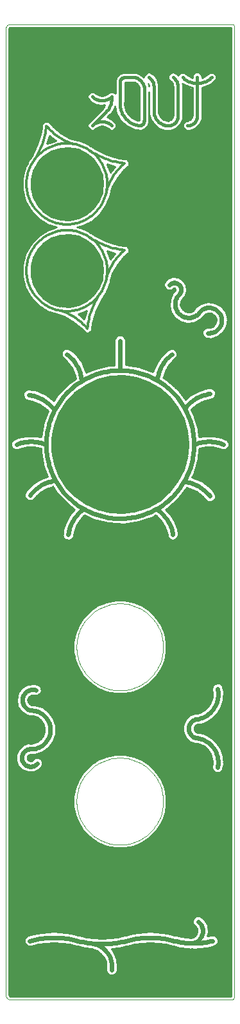
<source format=gtl>
G75*
%MOIN*%
%OFA0B0*%
%FSLAX24Y24*%
%IPPOS*%
%LPD*%
%AMOC8*
5,1,8,0,0,1.08239X$1,22.5*
%
%ADD10C,0.0000*%
%ADD11C,0.3200*%
%ADD12C,0.4000*%
%ADD13C,0.1660*%
%ADD14C,0.0240*%
%ADD15C,0.0160*%
%ADD16C,0.0120*%
%ADD17C,0.0100*%
D10*
X003260Y002648D02*
X003260Y052694D01*
X003262Y052724D01*
X003267Y052754D01*
X003276Y052783D01*
X003289Y052810D01*
X003304Y052836D01*
X003323Y052860D01*
X003344Y052881D01*
X003368Y052900D01*
X003394Y052915D01*
X003421Y052928D01*
X003450Y052937D01*
X003480Y052942D01*
X003510Y052944D01*
X015010Y052944D01*
X015030Y052942D01*
X015050Y052937D01*
X015068Y052928D01*
X015085Y052917D01*
X015099Y052903D01*
X015110Y052886D01*
X015119Y052868D01*
X015124Y052848D01*
X015126Y052828D01*
X015126Y002520D01*
X015124Y002500D01*
X015120Y002481D01*
X015112Y002462D01*
X015102Y002445D01*
X015089Y002430D01*
X015074Y002417D01*
X015057Y002407D01*
X015038Y002399D01*
X015019Y002395D01*
X014999Y002393D01*
X003515Y002393D01*
X003484Y002395D01*
X003454Y002400D01*
X003425Y002410D01*
X003396Y002422D01*
X003370Y002438D01*
X003346Y002457D01*
X003324Y002479D01*
X003305Y002503D01*
X003289Y002529D01*
X003277Y002558D01*
X003267Y002587D01*
X003262Y002617D01*
X003260Y002648D01*
X006943Y012669D02*
X006945Y012763D01*
X006951Y012857D01*
X006961Y012951D01*
X006975Y013044D01*
X006992Y013137D01*
X007014Y013229D01*
X007039Y013319D01*
X007068Y013409D01*
X007101Y013497D01*
X007138Y013584D01*
X007178Y013669D01*
X007221Y013753D01*
X007268Y013835D01*
X007319Y013914D01*
X007373Y013992D01*
X007430Y014067D01*
X007490Y014139D01*
X007553Y014209D01*
X007619Y014277D01*
X007687Y014341D01*
X007759Y014403D01*
X007833Y014461D01*
X007909Y014517D01*
X007987Y014569D01*
X008068Y014618D01*
X008151Y014663D01*
X008235Y014705D01*
X008321Y014743D01*
X008409Y014778D01*
X008498Y014809D01*
X008588Y014836D01*
X008679Y014860D01*
X008771Y014879D01*
X008864Y014895D01*
X008958Y014907D01*
X009052Y014915D01*
X009146Y014919D01*
X009240Y014919D01*
X009334Y014915D01*
X009428Y014907D01*
X009522Y014895D01*
X009615Y014879D01*
X009707Y014860D01*
X009798Y014836D01*
X009888Y014809D01*
X009977Y014778D01*
X010065Y014743D01*
X010151Y014705D01*
X010235Y014663D01*
X010318Y014618D01*
X010399Y014569D01*
X010477Y014517D01*
X010553Y014461D01*
X010627Y014403D01*
X010699Y014341D01*
X010767Y014277D01*
X010833Y014209D01*
X010896Y014139D01*
X010956Y014067D01*
X011013Y013992D01*
X011067Y013914D01*
X011118Y013835D01*
X011165Y013753D01*
X011208Y013669D01*
X011248Y013584D01*
X011285Y013497D01*
X011318Y013409D01*
X011347Y013319D01*
X011372Y013229D01*
X011394Y013137D01*
X011411Y013044D01*
X011425Y012951D01*
X011435Y012857D01*
X011441Y012763D01*
X011443Y012669D01*
X011441Y012575D01*
X011435Y012481D01*
X011425Y012387D01*
X011411Y012294D01*
X011394Y012201D01*
X011372Y012109D01*
X011347Y012019D01*
X011318Y011929D01*
X011285Y011841D01*
X011248Y011754D01*
X011208Y011669D01*
X011165Y011585D01*
X011118Y011503D01*
X011067Y011424D01*
X011013Y011346D01*
X010956Y011271D01*
X010896Y011199D01*
X010833Y011129D01*
X010767Y011061D01*
X010699Y010997D01*
X010627Y010935D01*
X010553Y010877D01*
X010477Y010821D01*
X010399Y010769D01*
X010318Y010720D01*
X010235Y010675D01*
X010151Y010633D01*
X010065Y010595D01*
X009977Y010560D01*
X009888Y010529D01*
X009798Y010502D01*
X009707Y010478D01*
X009615Y010459D01*
X009522Y010443D01*
X009428Y010431D01*
X009334Y010423D01*
X009240Y010419D01*
X009146Y010419D01*
X009052Y010423D01*
X008958Y010431D01*
X008864Y010443D01*
X008771Y010459D01*
X008679Y010478D01*
X008588Y010502D01*
X008498Y010529D01*
X008409Y010560D01*
X008321Y010595D01*
X008235Y010633D01*
X008151Y010675D01*
X008068Y010720D01*
X007987Y010769D01*
X007909Y010821D01*
X007833Y010877D01*
X007759Y010935D01*
X007687Y010997D01*
X007619Y011061D01*
X007553Y011129D01*
X007490Y011199D01*
X007430Y011271D01*
X007373Y011346D01*
X007319Y011424D01*
X007268Y011503D01*
X007221Y011585D01*
X007178Y011669D01*
X007138Y011754D01*
X007101Y011841D01*
X007068Y011929D01*
X007039Y012019D01*
X007014Y012109D01*
X006992Y012201D01*
X006975Y012294D01*
X006961Y012387D01*
X006951Y012481D01*
X006945Y012575D01*
X006943Y012669D01*
X006943Y020669D02*
X006945Y020763D01*
X006951Y020857D01*
X006961Y020951D01*
X006975Y021044D01*
X006992Y021137D01*
X007014Y021229D01*
X007039Y021319D01*
X007068Y021409D01*
X007101Y021497D01*
X007138Y021584D01*
X007178Y021669D01*
X007221Y021753D01*
X007268Y021835D01*
X007319Y021914D01*
X007373Y021992D01*
X007430Y022067D01*
X007490Y022139D01*
X007553Y022209D01*
X007619Y022277D01*
X007687Y022341D01*
X007759Y022403D01*
X007833Y022461D01*
X007909Y022517D01*
X007987Y022569D01*
X008068Y022618D01*
X008151Y022663D01*
X008235Y022705D01*
X008321Y022743D01*
X008409Y022778D01*
X008498Y022809D01*
X008588Y022836D01*
X008679Y022860D01*
X008771Y022879D01*
X008864Y022895D01*
X008958Y022907D01*
X009052Y022915D01*
X009146Y022919D01*
X009240Y022919D01*
X009334Y022915D01*
X009428Y022907D01*
X009522Y022895D01*
X009615Y022879D01*
X009707Y022860D01*
X009798Y022836D01*
X009888Y022809D01*
X009977Y022778D01*
X010065Y022743D01*
X010151Y022705D01*
X010235Y022663D01*
X010318Y022618D01*
X010399Y022569D01*
X010477Y022517D01*
X010553Y022461D01*
X010627Y022403D01*
X010699Y022341D01*
X010767Y022277D01*
X010833Y022209D01*
X010896Y022139D01*
X010956Y022067D01*
X011013Y021992D01*
X011067Y021914D01*
X011118Y021835D01*
X011165Y021753D01*
X011208Y021669D01*
X011248Y021584D01*
X011285Y021497D01*
X011318Y021409D01*
X011347Y021319D01*
X011372Y021229D01*
X011394Y021137D01*
X011411Y021044D01*
X011425Y020951D01*
X011435Y020857D01*
X011441Y020763D01*
X011443Y020669D01*
X011441Y020575D01*
X011435Y020481D01*
X011425Y020387D01*
X011411Y020294D01*
X011394Y020201D01*
X011372Y020109D01*
X011347Y020019D01*
X011318Y019929D01*
X011285Y019841D01*
X011248Y019754D01*
X011208Y019669D01*
X011165Y019585D01*
X011118Y019503D01*
X011067Y019424D01*
X011013Y019346D01*
X010956Y019271D01*
X010896Y019199D01*
X010833Y019129D01*
X010767Y019061D01*
X010699Y018997D01*
X010627Y018935D01*
X010553Y018877D01*
X010477Y018821D01*
X010399Y018769D01*
X010318Y018720D01*
X010235Y018675D01*
X010151Y018633D01*
X010065Y018595D01*
X009977Y018560D01*
X009888Y018529D01*
X009798Y018502D01*
X009707Y018478D01*
X009615Y018459D01*
X009522Y018443D01*
X009428Y018431D01*
X009334Y018423D01*
X009240Y018419D01*
X009146Y018419D01*
X009052Y018423D01*
X008958Y018431D01*
X008864Y018443D01*
X008771Y018459D01*
X008679Y018478D01*
X008588Y018502D01*
X008498Y018529D01*
X008409Y018560D01*
X008321Y018595D01*
X008235Y018633D01*
X008151Y018675D01*
X008068Y018720D01*
X007987Y018769D01*
X007909Y018821D01*
X007833Y018877D01*
X007759Y018935D01*
X007687Y018997D01*
X007619Y019061D01*
X007553Y019129D01*
X007490Y019199D01*
X007430Y019271D01*
X007373Y019346D01*
X007319Y019424D01*
X007268Y019503D01*
X007221Y019585D01*
X007178Y019669D01*
X007138Y019754D01*
X007101Y019841D01*
X007068Y019929D01*
X007039Y020019D01*
X007014Y020109D01*
X006992Y020201D01*
X006975Y020294D01*
X006961Y020387D01*
X006951Y020481D01*
X006945Y020575D01*
X006943Y020669D01*
D11*
X006437Y040169D03*
X006437Y044669D03*
D12*
X009193Y031169D03*
D13*
X007023Y051763D02*
X005363Y051763D01*
X005363Y003574D02*
X007023Y003574D01*
D14*
X008760Y003945D02*
X008767Y004013D01*
X008770Y004082D01*
X008769Y004151D01*
X008764Y004220D01*
X008756Y004288D01*
X008743Y004356D01*
X008727Y004423D01*
X008707Y004489D01*
X008684Y004554D01*
X008656Y004617D01*
X008626Y004679D01*
X008592Y004739D01*
X008554Y004797D01*
X008513Y004852D01*
X008470Y004906D01*
X008423Y004957D01*
X008374Y005005D01*
X008322Y005050D01*
X008267Y005092D01*
X008211Y005131D01*
X008152Y005167D01*
X008091Y005200D01*
X008029Y005229D01*
X007965Y005255D01*
X007899Y005277D01*
X007833Y005295D01*
X007765Y005309D01*
X007697Y005320D01*
X007010Y005445D02*
X007139Y005412D01*
X007269Y005383D01*
X007399Y005357D01*
X007531Y005335D01*
X007663Y005317D01*
X007795Y005302D01*
X007928Y005291D01*
X008060Y005284D01*
X008193Y005280D01*
X008327Y005280D01*
X008460Y005284D01*
X008592Y005291D01*
X008725Y005302D01*
X008857Y005317D01*
X008989Y005335D01*
X009121Y005357D01*
X009251Y005383D01*
X009381Y005412D01*
X009510Y005445D01*
X012760Y005320D02*
X012810Y005314D01*
X012860Y005313D01*
X012910Y005316D01*
X012960Y005322D01*
X013009Y005333D01*
X013057Y005347D01*
X013104Y005365D01*
X013149Y005387D01*
X013193Y005412D01*
X013234Y005440D01*
X013273Y005472D01*
X013310Y005507D01*
X013343Y005544D01*
X013374Y005584D01*
X013401Y005626D01*
X013425Y005670D01*
X013446Y005716D01*
X013462Y005764D01*
X013475Y005812D01*
X013484Y005862D01*
X013490Y005912D01*
X013491Y005962D01*
X013488Y006012D01*
X013482Y006062D01*
X013471Y006111D01*
X013457Y006159D01*
X013439Y006206D01*
X013417Y006251D01*
X013392Y006295D01*
X013364Y006336D01*
X013332Y006375D01*
X013297Y006412D01*
X013260Y006445D01*
X014010Y005445D02*
X013895Y005416D01*
X013778Y005390D01*
X013661Y005368D01*
X013544Y005350D01*
X013426Y005335D01*
X013307Y005324D01*
X013188Y005317D01*
X013070Y005313D01*
X012950Y005313D01*
X012832Y005317D01*
X012713Y005324D01*
X012594Y005335D01*
X012476Y005350D01*
X012359Y005368D01*
X012242Y005390D01*
X012125Y005416D01*
X012010Y005445D01*
X012010Y005444D02*
X011881Y005477D01*
X011751Y005506D01*
X011621Y005532D01*
X011489Y005554D01*
X011357Y005572D01*
X011225Y005587D01*
X011092Y005598D01*
X010960Y005605D01*
X010827Y005609D01*
X010693Y005609D01*
X010560Y005605D01*
X010428Y005598D01*
X010295Y005587D01*
X010163Y005572D01*
X010031Y005554D01*
X009899Y005532D01*
X009769Y005506D01*
X009639Y005477D01*
X009510Y005444D01*
X007010Y005444D02*
X006881Y005477D01*
X006751Y005506D01*
X006621Y005532D01*
X006489Y005554D01*
X006357Y005572D01*
X006225Y005587D01*
X006092Y005598D01*
X005960Y005605D01*
X005827Y005609D01*
X005693Y005609D01*
X005560Y005605D01*
X005428Y005598D01*
X005295Y005587D01*
X005163Y005572D01*
X005031Y005554D01*
X004899Y005532D01*
X004769Y005506D01*
X004639Y005477D01*
X004510Y005444D01*
X014260Y014444D02*
X014272Y014512D01*
X014280Y014581D01*
X014284Y014650D01*
X014285Y014719D01*
X014282Y014788D01*
X014275Y014856D01*
X014264Y014924D01*
X014250Y014992D01*
X014232Y015059D01*
X014210Y015124D01*
X014185Y015189D01*
X014157Y015252D01*
X014125Y015313D01*
X014090Y015372D01*
X014051Y015430D01*
X014010Y015485D01*
X013966Y015538D01*
X013919Y015588D01*
X013869Y015636D01*
X013817Y015681D01*
X013762Y015724D01*
X013705Y015763D01*
X013646Y015799D01*
X013585Y015832D01*
X013523Y015861D01*
X013459Y015887D01*
X013394Y015910D01*
X013327Y015929D01*
X013260Y015944D01*
X013216Y015946D01*
X013173Y015952D01*
X013131Y015961D01*
X013089Y015974D01*
X013049Y015991D01*
X013010Y016011D01*
X012973Y016034D01*
X012939Y016061D01*
X012906Y016090D01*
X012877Y016123D01*
X012850Y016157D01*
X012827Y016194D01*
X012807Y016233D01*
X012790Y016273D01*
X012777Y016315D01*
X012768Y016357D01*
X012762Y016400D01*
X012760Y016444D01*
X012762Y016488D01*
X012768Y016531D01*
X012777Y016573D01*
X012790Y016615D01*
X012807Y016655D01*
X012827Y016694D01*
X012850Y016731D01*
X012877Y016765D01*
X012906Y016798D01*
X012939Y016827D01*
X012973Y016854D01*
X013010Y016877D01*
X013049Y016897D01*
X013089Y016914D01*
X013131Y016927D01*
X013173Y016936D01*
X013216Y016942D01*
X013260Y016944D01*
X013259Y016945D02*
X013328Y016962D01*
X013396Y016982D01*
X013463Y017007D01*
X013528Y017035D01*
X013592Y017066D01*
X013654Y017101D01*
X013714Y017140D01*
X013771Y017181D01*
X013827Y017226D01*
X013880Y017273D01*
X013930Y017323D01*
X013977Y017376D01*
X014022Y017431D01*
X014064Y017489D01*
X014102Y017549D01*
X014137Y017611D01*
X014168Y017674D01*
X014197Y017740D01*
X014221Y017806D01*
X014242Y017874D01*
X014259Y017943D01*
X014273Y018013D01*
X014282Y018083D01*
X014288Y018154D01*
X014290Y018225D01*
X014288Y018296D01*
X014282Y018367D01*
X014273Y018438D01*
X014259Y018507D01*
X011944Y026495D02*
X011928Y026580D01*
X011908Y026665D01*
X011884Y026750D01*
X011856Y026832D01*
X011825Y026914D01*
X011791Y026994D01*
X011753Y027073D01*
X011711Y027150D01*
X011667Y027225D01*
X011619Y027298D01*
X011567Y027369D01*
X011513Y027438D01*
X011456Y027504D01*
X011396Y027567D01*
X011334Y027628D01*
X011268Y027686D01*
X011201Y027742D01*
X011131Y027794D01*
X012568Y029232D02*
X012653Y029219D01*
X012737Y029202D01*
X012820Y029182D01*
X012902Y029158D01*
X012983Y029130D01*
X013063Y029099D01*
X013141Y029065D01*
X013218Y029027D01*
X013292Y028986D01*
X013366Y028941D01*
X013437Y028894D01*
X013506Y028843D01*
X013572Y028789D01*
X013637Y028733D01*
X013698Y028674D01*
X013758Y028612D01*
X013814Y028548D01*
X013867Y028481D01*
X014568Y031169D02*
X014488Y031200D01*
X014407Y031227D01*
X014325Y031251D01*
X014242Y031272D01*
X014158Y031288D01*
X014074Y031301D01*
X013989Y031311D01*
X013903Y031316D01*
X013818Y031318D01*
X013733Y031316D01*
X013647Y031311D01*
X013562Y031301D01*
X013478Y031288D01*
X013394Y031272D01*
X013311Y031251D01*
X013229Y031227D01*
X013148Y031200D01*
X013068Y031169D01*
X012568Y033043D02*
X012622Y033110D01*
X012678Y033174D01*
X012737Y033236D01*
X012799Y033295D01*
X012863Y033352D01*
X012930Y033405D01*
X012999Y033456D01*
X013070Y033503D01*
X013143Y033548D01*
X013218Y033589D01*
X013295Y033627D01*
X013373Y033661D01*
X013453Y033692D01*
X013534Y033720D01*
X013616Y033744D01*
X013699Y033764D01*
X013783Y033781D01*
X013867Y033794D01*
X011130Y034544D02*
X011143Y034629D01*
X011160Y034713D01*
X011180Y034796D01*
X011204Y034878D01*
X011232Y034959D01*
X011263Y035039D01*
X011297Y035117D01*
X011335Y035194D01*
X011376Y035268D01*
X011421Y035342D01*
X011468Y035413D01*
X011519Y035482D01*
X011573Y035548D01*
X011629Y035613D01*
X011688Y035674D01*
X011750Y035734D01*
X011814Y035790D01*
X011881Y035843D01*
X013760Y036945D02*
X013811Y036942D01*
X013861Y036943D01*
X013912Y036949D01*
X013962Y036958D01*
X014011Y036971D01*
X014059Y036987D01*
X014105Y037008D01*
X014150Y037031D01*
X014193Y037059D01*
X014233Y037089D01*
X014272Y037123D01*
X014307Y037159D01*
X014339Y037198D01*
X014369Y037239D01*
X014395Y037283D01*
X014418Y037328D01*
X014437Y037375D01*
X014452Y037424D01*
X014464Y037473D01*
X014472Y037523D01*
X014476Y037574D01*
X014476Y037624D01*
X014472Y037675D01*
X014464Y037725D01*
X014452Y037775D01*
X014437Y037823D01*
X014418Y037870D01*
X014395Y037915D01*
X014369Y037959D01*
X014339Y038000D01*
X014307Y038039D01*
X014271Y038075D01*
X014233Y038109D01*
X014193Y038139D01*
X014150Y038167D01*
X014105Y038190D01*
X014059Y038211D01*
X014011Y038227D01*
X013962Y038240D01*
X013912Y038249D01*
X013861Y038255D01*
X013810Y038256D01*
X013760Y038253D01*
X013709Y038247D01*
X013660Y038236D01*
X013611Y038222D01*
X013564Y038204D01*
X013518Y038183D01*
X013474Y038158D01*
X013431Y038129D01*
X013392Y038098D01*
X013354Y038064D01*
X013320Y038026D01*
X013288Y037987D01*
X013260Y037944D01*
X013222Y037909D01*
X013182Y037877D01*
X013139Y037847D01*
X013095Y037821D01*
X013048Y037798D01*
X013000Y037779D01*
X012951Y037763D01*
X012901Y037751D01*
X012850Y037743D01*
X012799Y037738D01*
X012747Y037737D01*
X012696Y037740D01*
X012644Y037747D01*
X012594Y037757D01*
X012544Y037771D01*
X012495Y037788D01*
X012448Y037809D01*
X012403Y037834D01*
X012359Y037862D01*
X012318Y037892D01*
X012279Y037926D01*
X012242Y037963D01*
X012208Y038002D01*
X012178Y038043D01*
X012150Y038087D01*
X012125Y038132D01*
X012104Y038179D01*
X012087Y038228D01*
X012073Y038278D01*
X012063Y038328D01*
X012056Y038380D01*
X012053Y038431D01*
X012054Y038483D01*
X012059Y038534D01*
X012067Y038585D01*
X012079Y038635D01*
X012095Y038684D01*
X012114Y038732D01*
X012137Y038779D01*
X012163Y038823D01*
X012193Y038866D01*
X012225Y038906D01*
X012260Y038944D01*
X012285Y038971D01*
X012307Y039001D01*
X012325Y039033D01*
X012340Y039067D01*
X012352Y039102D01*
X012360Y039139D01*
X012364Y039175D01*
X012364Y039213D01*
X012360Y039249D01*
X012352Y039286D01*
X012340Y039321D01*
X012325Y039355D01*
X012307Y039387D01*
X012285Y039417D01*
X012260Y039444D01*
X012233Y039469D01*
X012203Y039491D01*
X012171Y039509D01*
X012137Y039524D01*
X012102Y039536D01*
X012065Y039544D01*
X012029Y039548D01*
X011991Y039548D01*
X011955Y039544D01*
X011918Y039536D01*
X011883Y039524D01*
X011849Y039509D01*
X011817Y039491D01*
X011787Y039469D01*
X011760Y039444D01*
X009193Y036544D02*
X009193Y035044D01*
X005353Y031169D02*
X005355Y031293D01*
X005361Y031416D01*
X005371Y031540D01*
X005385Y031663D01*
X005403Y031785D01*
X005425Y031907D01*
X005450Y032028D01*
X005480Y032148D01*
X005513Y032267D01*
X005551Y032385D01*
X005592Y032502D01*
X005636Y032617D01*
X005685Y032731D01*
X005737Y032843D01*
X005793Y032954D01*
X005852Y033062D01*
X005915Y033169D01*
X005981Y033273D01*
X006050Y033376D01*
X006123Y033476D01*
X006199Y033574D01*
X006278Y033669D01*
X006360Y033761D01*
X006445Y033851D01*
X006533Y033938D01*
X006624Y034023D01*
X006717Y034104D01*
X006813Y034182D01*
X006911Y034257D01*
X007012Y034329D01*
X007115Y034398D01*
X007220Y034463D01*
X007327Y034525D01*
X007436Y034583D01*
X007547Y034638D01*
X007659Y034689D01*
X007774Y034737D01*
X007889Y034781D01*
X008006Y034821D01*
X008125Y034857D01*
X008244Y034890D01*
X008364Y034919D01*
X008486Y034943D01*
X008608Y034964D01*
X008730Y034981D01*
X008853Y034994D01*
X008977Y035003D01*
X009100Y035008D01*
X009224Y035009D01*
X009348Y035006D01*
X009471Y034999D01*
X009594Y034988D01*
X009717Y034973D01*
X009839Y034954D01*
X009961Y034931D01*
X010082Y034905D01*
X010202Y034874D01*
X010321Y034840D01*
X010438Y034801D01*
X010555Y034759D01*
X010670Y034714D01*
X010783Y034664D01*
X010895Y034611D01*
X011005Y034555D01*
X011113Y034495D01*
X011219Y034431D01*
X011323Y034364D01*
X011425Y034294D01*
X011525Y034220D01*
X011622Y034143D01*
X011716Y034064D01*
X011808Y033981D01*
X011897Y033895D01*
X011984Y033807D01*
X012067Y033715D01*
X012148Y033621D01*
X012225Y033525D01*
X012300Y033426D01*
X012371Y033325D01*
X012439Y033221D01*
X012503Y033116D01*
X012564Y033008D01*
X012621Y032899D01*
X012675Y032787D01*
X012726Y032674D01*
X012772Y032560D01*
X012815Y032444D01*
X012854Y032326D01*
X012890Y032208D01*
X012921Y032088D01*
X012949Y031967D01*
X012973Y031846D01*
X012993Y031724D01*
X013009Y031601D01*
X013021Y031478D01*
X013029Y031355D01*
X013033Y031231D01*
X013033Y031107D01*
X013029Y030983D01*
X013021Y030860D01*
X013009Y030737D01*
X012993Y030614D01*
X012973Y030492D01*
X012949Y030371D01*
X012921Y030250D01*
X012890Y030130D01*
X012854Y030012D01*
X012815Y029894D01*
X012772Y029778D01*
X012726Y029664D01*
X012675Y029551D01*
X012621Y029439D01*
X012564Y029330D01*
X012503Y029222D01*
X012439Y029117D01*
X012371Y029013D01*
X012300Y028912D01*
X012225Y028813D01*
X012148Y028717D01*
X012067Y028623D01*
X011984Y028531D01*
X011897Y028443D01*
X011808Y028357D01*
X011716Y028274D01*
X011622Y028195D01*
X011525Y028118D01*
X011425Y028044D01*
X011323Y027974D01*
X011219Y027907D01*
X011113Y027843D01*
X011005Y027783D01*
X010895Y027727D01*
X010783Y027674D01*
X010670Y027624D01*
X010555Y027579D01*
X010438Y027537D01*
X010321Y027498D01*
X010202Y027464D01*
X010082Y027433D01*
X009961Y027407D01*
X009839Y027384D01*
X009717Y027365D01*
X009594Y027350D01*
X009471Y027339D01*
X009348Y027332D01*
X009224Y027329D01*
X009100Y027330D01*
X008977Y027335D01*
X008853Y027344D01*
X008730Y027357D01*
X008608Y027374D01*
X008486Y027395D01*
X008364Y027419D01*
X008244Y027448D01*
X008125Y027481D01*
X008006Y027517D01*
X007889Y027557D01*
X007774Y027601D01*
X007659Y027649D01*
X007547Y027700D01*
X007436Y027755D01*
X007327Y027813D01*
X007220Y027875D01*
X007115Y027940D01*
X007012Y028009D01*
X006911Y028081D01*
X006813Y028156D01*
X006717Y028234D01*
X006624Y028315D01*
X006533Y028400D01*
X006445Y028487D01*
X006360Y028577D01*
X006278Y028669D01*
X006199Y028764D01*
X006123Y028862D01*
X006050Y028962D01*
X005981Y029065D01*
X005915Y029169D01*
X005852Y029276D01*
X005793Y029384D01*
X005737Y029495D01*
X005685Y029607D01*
X005636Y029721D01*
X005592Y029836D01*
X005551Y029953D01*
X005513Y030071D01*
X005480Y030190D01*
X005450Y030310D01*
X005425Y030431D01*
X005403Y030553D01*
X005385Y030675D01*
X005371Y030798D01*
X005361Y030922D01*
X005355Y031045D01*
X005353Y031169D01*
X005755Y032982D02*
X005702Y033049D01*
X005646Y033113D01*
X005586Y033175D01*
X005525Y033234D01*
X005460Y033290D01*
X005394Y033344D01*
X005325Y033395D01*
X005254Y033442D01*
X005180Y033487D01*
X005106Y033528D01*
X005029Y033566D01*
X004951Y033600D01*
X004871Y033631D01*
X004790Y033659D01*
X004708Y033683D01*
X004625Y033703D01*
X004541Y033720D01*
X004456Y033733D01*
X007192Y034544D02*
X007179Y034628D01*
X007162Y034712D01*
X007142Y034795D01*
X007118Y034877D01*
X007090Y034958D01*
X007059Y035038D01*
X007025Y035116D01*
X006987Y035193D01*
X006946Y035268D01*
X006901Y035341D01*
X006854Y035412D01*
X006803Y035481D01*
X006750Y035548D01*
X006693Y035612D01*
X006634Y035674D01*
X006572Y035733D01*
X006508Y035789D01*
X006441Y035843D01*
X005318Y031169D02*
X005238Y031200D01*
X005157Y031227D01*
X005075Y031251D01*
X004992Y031272D01*
X004908Y031288D01*
X004824Y031301D01*
X004739Y031311D01*
X004653Y031316D01*
X004568Y031318D01*
X004483Y031316D01*
X004397Y031311D01*
X004312Y031301D01*
X004228Y031288D01*
X004144Y031272D01*
X004061Y031251D01*
X003979Y031227D01*
X003898Y031200D01*
X003818Y031169D01*
X004519Y028542D02*
X004573Y028609D01*
X004629Y028673D01*
X004688Y028735D01*
X004750Y028794D01*
X004814Y028851D01*
X004881Y028904D01*
X004950Y028955D01*
X005021Y029002D01*
X005094Y029047D01*
X005169Y029088D01*
X005246Y029126D01*
X005324Y029160D01*
X005404Y029191D01*
X005485Y029219D01*
X005567Y029243D01*
X005650Y029263D01*
X005734Y029280D01*
X005818Y029293D01*
X007255Y027794D02*
X007188Y027741D01*
X007124Y027685D01*
X007062Y027625D01*
X007003Y027564D01*
X006947Y027499D01*
X006893Y027433D01*
X006842Y027364D01*
X006795Y027293D01*
X006750Y027219D01*
X006709Y027145D01*
X006671Y027068D01*
X006637Y026990D01*
X006606Y026910D01*
X006578Y026829D01*
X006554Y026747D01*
X006534Y026664D01*
X006517Y026580D01*
X006504Y026495D01*
X004822Y018445D02*
X004778Y018456D01*
X004733Y018463D01*
X004687Y018467D01*
X004642Y018466D01*
X004597Y018462D01*
X004552Y018454D01*
X004508Y018443D01*
X004465Y018427D01*
X004423Y018409D01*
X004384Y018387D01*
X004346Y018361D01*
X004310Y018333D01*
X004277Y018302D01*
X004247Y018268D01*
X004219Y018231D01*
X004195Y018193D01*
X004174Y018153D01*
X004156Y018111D01*
X004142Y018067D01*
X004132Y018023D01*
X004125Y017978D01*
X004122Y017933D01*
X004123Y017887D01*
X004128Y017842D01*
X004136Y017797D01*
X004148Y017753D01*
X004164Y017710D01*
X004183Y017669D01*
X004205Y017630D01*
X004231Y017592D01*
X004260Y017557D01*
X004292Y017524D01*
X004326Y017494D01*
X004362Y017467D01*
X004401Y017443D01*
X004442Y017422D01*
X004484Y017405D01*
X004527Y017392D01*
X004572Y017382D01*
X004634Y017380D01*
X004695Y017374D01*
X004756Y017365D01*
X004816Y017352D01*
X004875Y017335D01*
X004933Y017314D01*
X004990Y017290D01*
X005045Y017263D01*
X005098Y017232D01*
X005150Y017198D01*
X005199Y017161D01*
X005246Y017121D01*
X005290Y017078D01*
X005331Y017033D01*
X005370Y016985D01*
X005406Y016934D01*
X005438Y016882D01*
X005467Y016828D01*
X005493Y016772D01*
X005515Y016714D01*
X005534Y016656D01*
X005549Y016596D01*
X005560Y016535D01*
X005568Y016474D01*
X005572Y016413D01*
X005572Y016351D01*
X005568Y016290D01*
X005560Y016229D01*
X005549Y016168D01*
X005534Y016108D01*
X005515Y016050D01*
X005493Y015992D01*
X005467Y015936D01*
X005438Y015882D01*
X005406Y015830D01*
X005370Y015779D01*
X005331Y015731D01*
X005290Y015686D01*
X005246Y015643D01*
X005199Y015603D01*
X005150Y015566D01*
X005098Y015532D01*
X005045Y015501D01*
X004990Y015474D01*
X004933Y015450D01*
X004875Y015429D01*
X004816Y015412D01*
X004756Y015399D01*
X004695Y015390D01*
X004634Y015384D01*
X004572Y015382D01*
X004530Y015383D01*
X004488Y015380D01*
X004447Y015373D01*
X004406Y015363D01*
X004367Y015348D01*
X004329Y015330D01*
X004293Y015309D01*
X004259Y015285D01*
X004227Y015257D01*
X004198Y015227D01*
X004172Y015194D01*
X004149Y015158D01*
X004130Y015121D01*
X004114Y015083D01*
X004101Y015042D01*
X004093Y015001D01*
X004088Y014960D01*
X004087Y014918D01*
X004090Y014876D01*
X004097Y014834D01*
X004108Y014794D01*
X004122Y014754D01*
X004140Y014716D01*
X004161Y014680D01*
X004186Y014646D01*
X004213Y014615D01*
X004244Y014586D01*
X004277Y014560D01*
X004312Y014537D01*
X004349Y014518D01*
X004388Y014502D01*
X004428Y014489D01*
X004469Y014481D01*
X004511Y014476D01*
X004553Y014475D01*
X004595Y014478D01*
X004636Y014485D01*
X004677Y014496D01*
X004716Y014510D01*
X004754Y014528D01*
X004790Y014549D01*
X004824Y014574D01*
X004856Y014602D01*
X004885Y014632D01*
D15*
X007760Y047694D02*
X007797Y047728D01*
X007836Y047760D01*
X007878Y047789D01*
X007921Y047815D01*
X007966Y047837D01*
X008013Y047856D01*
X008061Y047872D01*
X008110Y047885D01*
X008159Y047894D01*
X008210Y047899D01*
X008260Y047901D01*
X008310Y047899D01*
X008361Y047894D01*
X008410Y047885D01*
X008459Y047872D01*
X008507Y047856D01*
X008554Y047837D01*
X008599Y047815D01*
X008642Y047789D01*
X008684Y047760D01*
X008723Y047728D01*
X008760Y047694D01*
X008467Y048402D02*
X007760Y047694D01*
X008467Y048402D02*
X008509Y048446D01*
X008547Y048492D01*
X008583Y048541D01*
X008616Y048592D01*
X008645Y048644D01*
X008672Y048699D01*
X008695Y048754D01*
X008715Y048811D01*
X008731Y048870D01*
X008744Y048929D01*
X008753Y048988D01*
X008758Y049049D01*
X008760Y049109D01*
X008760Y049194D01*
X009197Y048944D02*
X009197Y049944D01*
X009199Y049974D01*
X009204Y050004D01*
X009213Y050033D01*
X009226Y050060D01*
X009241Y050086D01*
X009260Y050110D01*
X009281Y050131D01*
X009305Y050150D01*
X009331Y050165D01*
X009358Y050178D01*
X009387Y050187D01*
X009417Y050192D01*
X009447Y050194D01*
X009947Y050194D01*
X009993Y050183D01*
X010039Y050168D01*
X010083Y050150D01*
X010125Y050129D01*
X010166Y050105D01*
X010206Y050078D01*
X010243Y050047D01*
X010277Y050015D01*
X010309Y049979D01*
X010338Y049942D01*
X010365Y049902D01*
X010388Y049861D01*
X010408Y049818D01*
X010425Y049773D01*
X010439Y049727D01*
X010449Y049681D01*
X010456Y049634D01*
X010459Y049586D01*
X010458Y049539D01*
X010454Y049491D01*
X010447Y049444D01*
X010447Y047944D01*
X010445Y047914D01*
X010440Y047884D01*
X010431Y047855D01*
X010418Y047828D01*
X010403Y047802D01*
X010384Y047778D01*
X010363Y047757D01*
X010339Y047738D01*
X010313Y047723D01*
X010286Y047710D01*
X010257Y047701D01*
X010227Y047696D01*
X010197Y047694D01*
X010947Y048444D02*
X010947Y049694D01*
X010947Y049695D02*
X010948Y049740D01*
X010945Y049784D01*
X010939Y049829D01*
X010929Y049873D01*
X010915Y049916D01*
X010899Y049958D01*
X010879Y049998D01*
X010855Y050036D01*
X010829Y050073D01*
X010800Y050107D01*
X010768Y050139D01*
X010734Y050168D01*
X010697Y050194D01*
X011947Y050194D02*
X011984Y050168D01*
X012018Y050139D01*
X012050Y050107D01*
X012079Y050073D01*
X012105Y050036D01*
X012129Y049998D01*
X012149Y049958D01*
X012165Y049916D01*
X012179Y049873D01*
X012189Y049829D01*
X012195Y049784D01*
X012198Y049740D01*
X012197Y049695D01*
X012197Y049694D02*
X012197Y048194D01*
X012195Y048150D01*
X012189Y048107D01*
X012180Y048065D01*
X012167Y048023D01*
X012150Y047983D01*
X012130Y047944D01*
X012107Y047907D01*
X012080Y047873D01*
X012051Y047840D01*
X012018Y047811D01*
X011984Y047784D01*
X011947Y047761D01*
X011908Y047741D01*
X011868Y047724D01*
X011826Y047711D01*
X011784Y047702D01*
X011741Y047696D01*
X011697Y047694D01*
X012697Y047694D02*
X012741Y047696D01*
X012784Y047702D01*
X012826Y047711D01*
X012868Y047724D01*
X012908Y047741D01*
X012947Y047761D01*
X012984Y047784D01*
X013018Y047811D01*
X013051Y047840D01*
X013080Y047873D01*
X013107Y047907D01*
X013130Y047944D01*
X013150Y047983D01*
X013167Y048023D01*
X013180Y048065D01*
X013189Y048107D01*
X013195Y048150D01*
X013197Y048194D01*
X013197Y050207D01*
X012447Y050194D02*
X012493Y050150D01*
X012543Y050109D01*
X012594Y050071D01*
X012648Y050036D01*
X012704Y050005D01*
X012762Y049976D01*
X012821Y049952D01*
X012881Y049931D01*
X012943Y049914D01*
X013006Y049900D01*
X013069Y049891D01*
X013133Y049885D01*
X013197Y049883D01*
X013261Y049885D01*
X013325Y049891D01*
X013388Y049900D01*
X013451Y049914D01*
X013513Y049931D01*
X013573Y049952D01*
X013632Y049976D01*
X013690Y050005D01*
X013746Y050036D01*
X013800Y050071D01*
X013851Y050109D01*
X013901Y050150D01*
X013947Y050194D01*
X011697Y047694D02*
X011643Y047696D01*
X011590Y047702D01*
X011538Y047711D01*
X011486Y047724D01*
X011435Y047741D01*
X011385Y047762D01*
X011338Y047786D01*
X011292Y047813D01*
X011248Y047844D01*
X011206Y047877D01*
X011167Y047914D01*
X011130Y047953D01*
X011097Y047995D01*
X011066Y048039D01*
X011039Y048085D01*
X011015Y048132D01*
X010994Y048182D01*
X010977Y048233D01*
X010964Y048285D01*
X010955Y048337D01*
X010949Y048390D01*
X010947Y048444D01*
X010197Y047694D02*
X010132Y047703D01*
X010067Y047716D01*
X010004Y047733D01*
X009941Y047753D01*
X009880Y047777D01*
X009820Y047805D01*
X009762Y047835D01*
X009705Y047870D01*
X009651Y047907D01*
X009599Y047948D01*
X009550Y047991D01*
X009503Y048037D01*
X009459Y048086D01*
X009418Y048138D01*
X009380Y048192D01*
X009345Y048247D01*
X009313Y048305D01*
X009285Y048365D01*
X009260Y048426D01*
X009239Y048488D01*
X009222Y048552D01*
X009208Y048616D01*
X009198Y048681D01*
X009192Y048747D01*
X009190Y048813D01*
X009192Y048878D01*
X009197Y048944D01*
X008760Y049194D02*
X008723Y049160D01*
X008684Y049128D01*
X008642Y049099D01*
X008599Y049073D01*
X008554Y049051D01*
X008507Y049032D01*
X008459Y049016D01*
X008410Y049003D01*
X008361Y048994D01*
X008310Y048989D01*
X008260Y048987D01*
X008210Y048989D01*
X008159Y048994D01*
X008110Y049003D01*
X008061Y049016D01*
X008013Y049032D01*
X007966Y049051D01*
X007921Y049073D01*
X007878Y049099D01*
X007836Y049128D01*
X007797Y049160D01*
X007760Y049194D01*
D16*
X006749Y046731D02*
X006644Y046770D01*
X006540Y046813D01*
X006438Y046859D01*
X006337Y046909D01*
X006238Y046962D01*
X006141Y047019D01*
X006047Y047078D01*
X005954Y047142D01*
X005863Y047208D01*
X005775Y047278D01*
X005690Y047350D01*
X005607Y047426D01*
X005526Y047504D01*
X005449Y047585D01*
X005374Y047669D01*
X004337Y044669D02*
X004339Y044761D01*
X004345Y044852D01*
X004355Y044943D01*
X004369Y045034D01*
X004387Y045124D01*
X004409Y045213D01*
X004434Y045300D01*
X004464Y045387D01*
X004497Y045473D01*
X004534Y045556D01*
X004574Y045639D01*
X004618Y045719D01*
X004666Y045797D01*
X004717Y045874D01*
X004771Y045947D01*
X004828Y046019D01*
X004889Y046088D01*
X004952Y046154D01*
X005018Y046217D01*
X005087Y046278D01*
X005159Y046335D01*
X005232Y046389D01*
X005309Y046440D01*
X005387Y046488D01*
X005467Y046532D01*
X005550Y046572D01*
X005633Y046609D01*
X005719Y046642D01*
X005806Y046672D01*
X005893Y046697D01*
X005982Y046719D01*
X006072Y046737D01*
X006163Y046751D01*
X006254Y046761D01*
X006345Y046767D01*
X006437Y046769D01*
X006529Y046767D01*
X006620Y046761D01*
X006711Y046751D01*
X006802Y046737D01*
X006892Y046719D01*
X006981Y046697D01*
X007068Y046672D01*
X007155Y046642D01*
X007241Y046609D01*
X007324Y046572D01*
X007407Y046532D01*
X007487Y046488D01*
X007565Y046440D01*
X007642Y046389D01*
X007715Y046335D01*
X007787Y046278D01*
X007856Y046217D01*
X007922Y046154D01*
X007985Y046088D01*
X008046Y046019D01*
X008103Y045947D01*
X008157Y045874D01*
X008208Y045797D01*
X008256Y045719D01*
X008300Y045639D01*
X008340Y045556D01*
X008377Y045473D01*
X008410Y045387D01*
X008440Y045300D01*
X008465Y045213D01*
X008487Y045124D01*
X008505Y045034D01*
X008519Y044943D01*
X008529Y044852D01*
X008535Y044761D01*
X008537Y044669D01*
X008535Y044577D01*
X008529Y044486D01*
X008519Y044395D01*
X008505Y044304D01*
X008487Y044214D01*
X008465Y044125D01*
X008440Y044038D01*
X008410Y043951D01*
X008377Y043865D01*
X008340Y043782D01*
X008300Y043699D01*
X008256Y043619D01*
X008208Y043541D01*
X008157Y043464D01*
X008103Y043391D01*
X008046Y043319D01*
X007985Y043250D01*
X007922Y043184D01*
X007856Y043121D01*
X007787Y043060D01*
X007715Y043003D01*
X007642Y042949D01*
X007565Y042898D01*
X007487Y042850D01*
X007407Y042806D01*
X007324Y042766D01*
X007241Y042729D01*
X007155Y042696D01*
X007068Y042666D01*
X006981Y042641D01*
X006892Y042619D01*
X006802Y042601D01*
X006711Y042587D01*
X006620Y042577D01*
X006529Y042571D01*
X006437Y042569D01*
X006345Y042571D01*
X006254Y042577D01*
X006163Y042587D01*
X006072Y042601D01*
X005982Y042619D01*
X005893Y042641D01*
X005806Y042666D01*
X005719Y042696D01*
X005633Y042729D01*
X005550Y042766D01*
X005467Y042806D01*
X005387Y042850D01*
X005309Y042898D01*
X005232Y042949D01*
X005159Y043003D01*
X005087Y043060D01*
X005018Y043121D01*
X004952Y043184D01*
X004889Y043250D01*
X004828Y043319D01*
X004771Y043391D01*
X004717Y043464D01*
X004666Y043541D01*
X004618Y043619D01*
X004574Y043699D01*
X004534Y043782D01*
X004497Y043865D01*
X004464Y043951D01*
X004434Y044038D01*
X004409Y044125D01*
X004387Y044214D01*
X004369Y044304D01*
X004355Y044395D01*
X004345Y044486D01*
X004339Y044577D01*
X004337Y044669D01*
X004625Y045731D02*
X004696Y045832D01*
X004764Y045935D01*
X004829Y046041D01*
X004891Y046148D01*
X004950Y046257D01*
X005005Y046367D01*
X005056Y046480D01*
X005105Y046593D01*
X005149Y046709D01*
X005190Y046825D01*
X005228Y046943D01*
X005262Y047062D01*
X005292Y047182D01*
X005318Y047303D01*
X005341Y047424D01*
X005360Y047546D01*
X005375Y047669D01*
X007498Y046481D02*
X007599Y046410D01*
X007702Y046342D01*
X007808Y046277D01*
X007915Y046215D01*
X008024Y046156D01*
X008134Y046101D01*
X008247Y046050D01*
X008360Y046001D01*
X008476Y045957D01*
X008592Y045916D01*
X008710Y045878D01*
X008829Y045844D01*
X008949Y045814D01*
X009070Y045788D01*
X009191Y045765D01*
X009313Y045746D01*
X009436Y045731D01*
X007498Y041981D02*
X007599Y041910D01*
X007702Y041842D01*
X007808Y041777D01*
X007915Y041715D01*
X008024Y041656D01*
X008134Y041601D01*
X008247Y041550D01*
X008360Y041501D01*
X008476Y041457D01*
X008592Y041416D01*
X008710Y041378D01*
X008829Y041344D01*
X008949Y041314D01*
X009070Y041288D01*
X009191Y041265D01*
X009313Y041246D01*
X009436Y041231D01*
X008499Y044356D02*
X008538Y044461D01*
X008581Y044565D01*
X008627Y044667D01*
X008677Y044768D01*
X008730Y044867D01*
X008787Y044964D01*
X008846Y045058D01*
X008910Y045151D01*
X008976Y045242D01*
X009046Y045330D01*
X009118Y045415D01*
X009194Y045498D01*
X009272Y045579D01*
X009353Y045656D01*
X009437Y045731D01*
X004337Y040169D02*
X004339Y040261D01*
X004345Y040352D01*
X004355Y040443D01*
X004369Y040534D01*
X004387Y040624D01*
X004409Y040713D01*
X004434Y040800D01*
X004464Y040887D01*
X004497Y040973D01*
X004534Y041056D01*
X004574Y041139D01*
X004618Y041219D01*
X004666Y041297D01*
X004717Y041374D01*
X004771Y041447D01*
X004828Y041519D01*
X004889Y041588D01*
X004952Y041654D01*
X005018Y041717D01*
X005087Y041778D01*
X005159Y041835D01*
X005232Y041889D01*
X005309Y041940D01*
X005387Y041988D01*
X005467Y042032D01*
X005550Y042072D01*
X005633Y042109D01*
X005719Y042142D01*
X005806Y042172D01*
X005893Y042197D01*
X005982Y042219D01*
X006072Y042237D01*
X006163Y042251D01*
X006254Y042261D01*
X006345Y042267D01*
X006437Y042269D01*
X006529Y042267D01*
X006620Y042261D01*
X006711Y042251D01*
X006802Y042237D01*
X006892Y042219D01*
X006981Y042197D01*
X007068Y042172D01*
X007155Y042142D01*
X007241Y042109D01*
X007324Y042072D01*
X007407Y042032D01*
X007487Y041988D01*
X007565Y041940D01*
X007642Y041889D01*
X007715Y041835D01*
X007787Y041778D01*
X007856Y041717D01*
X007922Y041654D01*
X007985Y041588D01*
X008046Y041519D01*
X008103Y041447D01*
X008157Y041374D01*
X008208Y041297D01*
X008256Y041219D01*
X008300Y041139D01*
X008340Y041056D01*
X008377Y040973D01*
X008410Y040887D01*
X008440Y040800D01*
X008465Y040713D01*
X008487Y040624D01*
X008505Y040534D01*
X008519Y040443D01*
X008529Y040352D01*
X008535Y040261D01*
X008537Y040169D01*
X008535Y040077D01*
X008529Y039986D01*
X008519Y039895D01*
X008505Y039804D01*
X008487Y039714D01*
X008465Y039625D01*
X008440Y039538D01*
X008410Y039451D01*
X008377Y039365D01*
X008340Y039282D01*
X008300Y039199D01*
X008256Y039119D01*
X008208Y039041D01*
X008157Y038964D01*
X008103Y038891D01*
X008046Y038819D01*
X007985Y038750D01*
X007922Y038684D01*
X007856Y038621D01*
X007787Y038560D01*
X007715Y038503D01*
X007642Y038449D01*
X007565Y038398D01*
X007487Y038350D01*
X007407Y038306D01*
X007324Y038266D01*
X007241Y038229D01*
X007155Y038196D01*
X007068Y038166D01*
X006981Y038141D01*
X006892Y038119D01*
X006802Y038101D01*
X006711Y038087D01*
X006620Y038077D01*
X006529Y038071D01*
X006437Y038069D01*
X006345Y038071D01*
X006254Y038077D01*
X006163Y038087D01*
X006072Y038101D01*
X005982Y038119D01*
X005893Y038141D01*
X005806Y038166D01*
X005719Y038196D01*
X005633Y038229D01*
X005550Y038266D01*
X005467Y038306D01*
X005387Y038350D01*
X005309Y038398D01*
X005232Y038449D01*
X005159Y038503D01*
X005087Y038560D01*
X005018Y038621D01*
X004952Y038684D01*
X004889Y038750D01*
X004828Y038819D01*
X004771Y038891D01*
X004717Y038964D01*
X004666Y039041D01*
X004618Y039119D01*
X004574Y039199D01*
X004534Y039282D01*
X004497Y039365D01*
X004464Y039451D01*
X004434Y039538D01*
X004409Y039625D01*
X004387Y039714D01*
X004369Y039804D01*
X004355Y039895D01*
X004345Y039986D01*
X004339Y040077D01*
X004337Y040169D01*
X006124Y038107D02*
X006229Y038068D01*
X006333Y038025D01*
X006435Y037979D01*
X006536Y037929D01*
X006635Y037876D01*
X006732Y037819D01*
X006826Y037760D01*
X006919Y037696D01*
X007010Y037630D01*
X007098Y037560D01*
X007183Y037488D01*
X007266Y037412D01*
X007347Y037334D01*
X007424Y037253D01*
X007499Y037169D01*
X007514Y037292D01*
X007533Y037414D01*
X007556Y037535D01*
X007582Y037656D01*
X007612Y037776D01*
X007646Y037895D01*
X007684Y038013D01*
X007725Y038129D01*
X007769Y038245D01*
X007818Y038358D01*
X007869Y038471D01*
X007924Y038581D01*
X007983Y038690D01*
X008045Y038797D01*
X008110Y038903D01*
X008178Y039006D01*
X008249Y039107D01*
X008499Y039856D02*
X008538Y039961D01*
X008581Y040065D01*
X008627Y040167D01*
X008677Y040268D01*
X008730Y040367D01*
X008787Y040464D01*
X008846Y040558D01*
X008910Y040651D01*
X008976Y040742D01*
X009046Y040830D01*
X009118Y040915D01*
X009194Y040998D01*
X009272Y041079D01*
X009353Y041156D01*
X009437Y041231D01*
D17*
X009586Y041056D02*
X009655Y041112D01*
X009656Y041116D01*
X009659Y041119D01*
X009666Y041210D01*
X009676Y041301D01*
X014956Y041301D01*
X014956Y041399D02*
X009597Y041399D01*
X009613Y041379D02*
X009556Y041450D01*
X009552Y041450D01*
X009549Y041454D01*
X009460Y041460D01*
X009135Y041510D01*
X008502Y041693D01*
X007910Y041984D01*
X007701Y042123D01*
X007685Y042136D01*
X007672Y042142D01*
X007635Y042167D01*
X007558Y042223D01*
X007514Y042217D01*
X007157Y042385D01*
X007157Y042385D01*
X006978Y042419D01*
X007157Y042453D01*
X007685Y042702D01*
X007685Y042702D01*
X008135Y043074D01*
X014956Y043074D01*
X014956Y043172D02*
X008207Y043172D01*
X008135Y043074D02*
X008478Y043546D01*
X008478Y043546D01*
X008693Y044089D01*
X008693Y044089D01*
X008718Y044285D01*
X008813Y044522D01*
X009067Y044976D01*
X009397Y045379D01*
X009586Y045556D01*
X009655Y045612D01*
X009656Y045616D01*
X009659Y045619D01*
X009666Y045710D01*
X009676Y045801D01*
X009673Y045805D01*
X009673Y045809D01*
X009613Y045879D01*
X009556Y045950D01*
X009552Y045950D01*
X009549Y045954D01*
X009460Y045960D01*
X009135Y046010D01*
X008502Y046193D01*
X007910Y046484D01*
X007701Y046623D01*
X007685Y046636D01*
X007672Y046642D01*
X007635Y046667D01*
X007558Y046723D01*
X007514Y046717D01*
X007157Y046885D01*
X006828Y046948D01*
X006825Y046948D01*
X006583Y047045D01*
X006130Y047300D01*
X005727Y047629D01*
X005550Y047818D01*
X005494Y047887D01*
X005489Y047888D01*
X005486Y047891D01*
X005395Y047898D01*
X005304Y047908D01*
X005301Y047905D01*
X005296Y047905D01*
X005227Y047846D01*
X005156Y047788D01*
X005155Y047784D01*
X005152Y047781D01*
X005145Y047692D01*
X005096Y047367D01*
X004912Y046734D01*
X004621Y046142D01*
X004555Y046042D01*
X004552Y046038D01*
X004547Y046031D01*
X004438Y045867D01*
X004382Y045790D01*
X004390Y045744D01*
X004270Y045527D01*
X004125Y044961D01*
X004125Y044377D01*
X004270Y043811D01*
X004552Y043299D01*
X004951Y042874D01*
X004951Y042874D01*
X005445Y042561D01*
X005881Y042419D01*
X005445Y042277D01*
X005445Y042277D01*
X004951Y041964D01*
X004552Y041538D01*
X004270Y041027D01*
X004125Y040461D01*
X004125Y039877D01*
X004270Y039311D01*
X004552Y038799D01*
X004951Y038374D01*
X005445Y038061D01*
X006000Y037880D01*
X006084Y037875D01*
X006290Y037793D01*
X006744Y037538D01*
X007147Y037209D01*
X007324Y037020D01*
X007380Y036950D01*
X007384Y036950D01*
X007387Y036947D01*
X007478Y036940D01*
X007569Y036930D01*
X007573Y036933D01*
X007577Y036932D01*
X007646Y036992D01*
X007718Y037049D01*
X007718Y037054D01*
X007721Y037057D01*
X007728Y037146D01*
X007778Y037471D01*
X007961Y038104D01*
X008252Y038696D01*
X008435Y038971D01*
X008491Y039048D01*
X008488Y039070D01*
X008693Y039589D01*
X008693Y039589D01*
X008718Y039785D01*
X008813Y040022D01*
X009067Y040476D01*
X009397Y040879D01*
X009586Y041056D01*
X009532Y041005D02*
X014956Y041005D01*
X014956Y040907D02*
X009427Y040907D01*
X009339Y040808D02*
X014956Y040808D01*
X014956Y040710D02*
X009259Y040710D01*
X009178Y040611D02*
X014956Y040611D01*
X014956Y040513D02*
X009098Y040513D01*
X009033Y040414D02*
X014956Y040414D01*
X014956Y040316D02*
X008978Y040316D01*
X008922Y040217D02*
X014956Y040217D01*
X014956Y040119D02*
X008867Y040119D01*
X008812Y040020D02*
X014956Y040020D01*
X014956Y039922D02*
X008773Y039922D01*
X008733Y039823D02*
X011858Y039823D01*
X011936Y039850D02*
X011658Y039753D01*
X011554Y039650D01*
X011514Y039609D01*
X011470Y039502D01*
X011470Y039387D01*
X011514Y039280D01*
X011595Y039199D01*
X011702Y039154D01*
X011817Y039154D01*
X011924Y039199D01*
X011965Y039239D01*
X011976Y039248D01*
X012002Y039258D01*
X012031Y039254D01*
X012054Y039239D01*
X012070Y039215D01*
X012073Y039187D01*
X012063Y039161D01*
X012054Y039150D01*
X012014Y039109D01*
X012014Y039109D01*
X011930Y039025D01*
X011782Y038707D01*
X011782Y038707D01*
X011751Y038356D01*
X011842Y038017D01*
X011842Y038017D01*
X012044Y037729D01*
X012332Y037527D01*
X012671Y037436D01*
X012671Y037436D01*
X013022Y037466D01*
X013340Y037615D01*
X013340Y037615D01*
X013448Y037723D01*
X013476Y037743D01*
X013488Y037763D01*
X013505Y037780D01*
X013515Y037804D01*
X013549Y037848D01*
X013663Y037932D01*
X013800Y037966D01*
X013939Y037946D01*
X014061Y037875D01*
X014147Y037763D01*
X014185Y037627D01*
X014168Y037487D01*
X014101Y037364D01*
X013991Y037275D01*
X013856Y037234D01*
X013786Y037233D01*
X013728Y037238D01*
X013618Y037204D01*
X013529Y037130D01*
X013476Y037028D01*
X013466Y036913D01*
X013500Y036803D01*
X013574Y036714D01*
X013676Y036661D01*
X013733Y036656D01*
X013918Y036639D01*
X014272Y036747D01*
X014272Y036747D01*
X014560Y036981D01*
X014738Y037306D01*
X014781Y037674D01*
X014682Y038031D01*
X014456Y038324D01*
X014456Y038324D01*
X014456Y038324D01*
X014136Y038511D01*
X014136Y038511D01*
X013769Y038563D01*
X013769Y038563D01*
X013409Y038473D01*
X013110Y038255D01*
X013110Y038255D01*
X013110Y038255D01*
X013036Y038134D01*
X012999Y038103D01*
X012867Y038042D01*
X012723Y038029D01*
X012583Y038066D01*
X012465Y038150D01*
X012381Y038268D01*
X012344Y038408D01*
X012357Y038552D01*
X012418Y038684D01*
X012465Y038739D01*
X012568Y038843D01*
X012568Y038843D01*
X012665Y039121D01*
X012633Y039413D01*
X012476Y039661D01*
X012228Y039818D01*
X012228Y039818D01*
X011936Y039850D01*
X011936Y039850D01*
X012176Y039823D02*
X014956Y039823D01*
X014956Y039725D02*
X012375Y039725D01*
X012476Y039661D02*
X012476Y039661D01*
X012498Y039626D02*
X014956Y039626D01*
X014956Y039528D02*
X012560Y039528D01*
X012622Y039429D02*
X014956Y039429D01*
X014956Y039331D02*
X012642Y039331D01*
X012653Y039232D02*
X014956Y039232D01*
X014956Y039134D02*
X012664Y039134D01*
X012665Y039121D02*
X012665Y039121D01*
X012636Y039035D02*
X014956Y039035D01*
X014956Y038937D02*
X012601Y038937D01*
X012564Y038838D02*
X014956Y038838D01*
X014956Y038740D02*
X012465Y038740D01*
X012465Y038739D02*
X012465Y038739D01*
X012398Y038641D02*
X014956Y038641D01*
X014956Y038543D02*
X013909Y038543D01*
X013689Y038543D02*
X012356Y038543D01*
X012347Y038444D02*
X013370Y038444D01*
X013409Y038473D02*
X013409Y038473D01*
X013235Y038346D02*
X012361Y038346D01*
X012396Y038247D02*
X013106Y038247D01*
X013045Y038149D02*
X012466Y038149D01*
X012643Y038050D02*
X012886Y038050D01*
X012940Y037459D02*
X014153Y037459D01*
X014177Y037558D02*
X013218Y037558D01*
X013382Y037656D02*
X014177Y037656D01*
X014149Y037755D02*
X013483Y037755D01*
X013556Y037853D02*
X014077Y037853D01*
X013896Y037952D02*
X013744Y037952D01*
X014097Y037361D02*
X007761Y037361D01*
X007776Y037459D02*
X012583Y037459D01*
X012332Y037527D02*
X012332Y037527D01*
X012287Y037558D02*
X007803Y037558D01*
X007831Y037656D02*
X012147Y037656D01*
X012044Y037729D02*
X012044Y037729D01*
X012044Y037729D01*
X012025Y037755D02*
X007860Y037755D01*
X007889Y037853D02*
X011956Y037853D01*
X011887Y037952D02*
X007917Y037952D01*
X007946Y038050D02*
X011833Y038050D01*
X011806Y038149D02*
X007983Y038149D01*
X008032Y038247D02*
X011780Y038247D01*
X011754Y038346D02*
X008080Y038346D01*
X008128Y038444D02*
X011759Y038444D01*
X011751Y038356D02*
X011751Y038356D01*
X011767Y038543D02*
X008177Y038543D01*
X008225Y038641D02*
X011776Y038641D01*
X011797Y038740D02*
X008281Y038740D01*
X008347Y038838D02*
X011843Y038838D01*
X011889Y038937D02*
X008412Y038937D01*
X008482Y039035D02*
X011940Y039035D01*
X011930Y039025D02*
X011930Y039025D01*
X012039Y039134D02*
X008513Y039134D01*
X008552Y039232D02*
X011561Y039232D01*
X011493Y039331D02*
X008591Y039331D01*
X008630Y039429D02*
X011470Y039429D01*
X011480Y039528D02*
X008669Y039528D01*
X008698Y039626D02*
X011531Y039626D01*
X011554Y039650D02*
X011554Y039650D01*
X011630Y039725D02*
X008711Y039725D01*
X008262Y039818D02*
X008251Y039842D01*
X008274Y039909D01*
X008307Y040169D01*
X008248Y040634D01*
X008075Y041070D01*
X007800Y041449D01*
X007512Y041687D01*
X007412Y041761D01*
X007015Y041947D01*
X006554Y042035D01*
X006086Y042006D01*
X005640Y041861D01*
X005245Y041610D01*
X004924Y041268D01*
X004698Y040857D01*
X004581Y040403D01*
X004581Y039935D01*
X004698Y039481D01*
X004924Y039070D01*
X005245Y038728D01*
X005245Y038728D01*
X005640Y038477D01*
X006072Y038337D01*
X006110Y038355D01*
X006195Y038325D01*
X006554Y038303D01*
X007015Y038390D01*
X007439Y038590D01*
X007800Y038889D01*
X008075Y039268D01*
X008248Y039704D01*
X008262Y039818D01*
X008260Y039823D02*
X004610Y039823D01*
X004635Y039725D02*
X008251Y039725D01*
X008217Y039626D02*
X004661Y039626D01*
X004686Y039528D02*
X008178Y039528D01*
X008139Y039429D02*
X004726Y039429D01*
X004780Y039331D02*
X008100Y039331D01*
X008049Y039232D02*
X004834Y039232D01*
X004889Y039134D02*
X007978Y039134D01*
X007906Y039035D02*
X004956Y039035D01*
X005049Y038937D02*
X007835Y038937D01*
X007739Y038838D02*
X005141Y038838D01*
X005234Y038740D02*
X007620Y038740D01*
X007501Y038641D02*
X005381Y038641D01*
X005536Y038543D02*
X007339Y038543D01*
X007129Y038444D02*
X005740Y038444D01*
X006044Y038346D02*
X006091Y038346D01*
X006136Y038346D02*
X006781Y038346D01*
X007014Y037926D02*
X007157Y037953D01*
X007466Y038098D01*
X007339Y037660D01*
X007014Y037926D01*
X007103Y037853D02*
X007395Y037853D01*
X007366Y037755D02*
X007223Y037755D01*
X007157Y037953D02*
X007157Y037953D01*
X007151Y037952D02*
X007423Y037952D01*
X007452Y038050D02*
X007364Y038050D01*
X006840Y037459D02*
X003430Y037459D01*
X003430Y037361D02*
X006960Y037361D01*
X007081Y037262D02*
X003430Y037262D01*
X003430Y037164D02*
X007189Y037164D01*
X007281Y037065D02*
X003430Y037065D01*
X003430Y036967D02*
X007367Y036967D01*
X007617Y036967D02*
X013470Y036967D01*
X013479Y036868D02*
X003430Y036868D01*
X003430Y036770D02*
X009008Y036770D01*
X009028Y036790D02*
X008947Y036708D01*
X008903Y036602D01*
X008903Y035271D01*
X008605Y035257D01*
X008605Y035257D01*
X007842Y035072D01*
X007842Y035072D01*
X007437Y034887D01*
X007214Y035423D01*
X006853Y035893D01*
X006618Y036073D01*
X006572Y036108D01*
X006461Y036138D01*
X006346Y036123D01*
X006246Y036065D01*
X006176Y035974D01*
X006147Y035862D01*
X006162Y035748D01*
X006219Y035648D01*
X006265Y035613D01*
X006430Y035469D01*
X006695Y035123D01*
X006862Y034720D01*
X006891Y034577D01*
X006488Y034290D01*
X005946Y033722D01*
X005758Y033429D01*
X005335Y033754D01*
X004788Y033981D01*
X004788Y033981D01*
X004494Y034020D01*
X004437Y034027D01*
X004325Y033998D01*
X004234Y033928D01*
X004176Y033828D01*
X004161Y033713D01*
X004191Y033602D01*
X004261Y033510D01*
X004361Y033452D01*
X004418Y033445D01*
X004632Y033402D01*
X005035Y033235D01*
X005381Y032969D01*
X005452Y032888D01*
X005230Y032332D01*
X005081Y031561D01*
X005081Y031550D01*
X004789Y031608D01*
X004346Y031608D01*
X003911Y031522D01*
X003707Y031437D01*
X003653Y031415D01*
X003572Y031333D01*
X003528Y031227D01*
X003528Y031111D01*
X003572Y031005D01*
X003653Y030923D01*
X003760Y030879D01*
X003875Y030879D01*
X003929Y030901D01*
X004083Y030956D01*
X004404Y031020D01*
X004731Y031020D01*
X005052Y030956D01*
X005081Y030946D01*
X005081Y030776D01*
X005230Y030005D01*
X005429Y029508D01*
X005140Y029410D01*
X004756Y029188D01*
X004423Y028895D01*
X004288Y028719D01*
X004253Y028674D01*
X004224Y028562D01*
X004239Y028448D01*
X004296Y028348D01*
X004388Y028278D01*
X004499Y028248D01*
X004614Y028263D01*
X004714Y028321D01*
X004749Y028366D01*
X004855Y028492D01*
X005101Y028708D01*
X005384Y028872D01*
X005694Y028977D01*
X005712Y028980D01*
X005946Y028616D01*
X005946Y028616D01*
X005946Y028616D01*
X006488Y028048D01*
X006829Y027805D01*
X006610Y027556D01*
X006388Y027172D01*
X006246Y026753D01*
X006217Y026533D01*
X006209Y026476D01*
X006239Y026364D01*
X006309Y026273D01*
X006409Y026215D01*
X006523Y026200D01*
X006635Y026230D01*
X006726Y026300D01*
X006784Y026400D01*
X006792Y026457D01*
X006821Y026618D01*
X006926Y026928D01*
X006926Y026928D01*
X007090Y027212D01*
X007306Y027458D01*
X007347Y027492D01*
X007842Y027266D01*
X008605Y027081D01*
X009389Y027044D01*
X010166Y027155D01*
X010908Y027412D01*
X010908Y027412D01*
X011046Y027492D01*
X011094Y027454D01*
X011324Y027209D01*
X011502Y026925D01*
X011622Y026611D01*
X011658Y026447D01*
X011667Y026390D01*
X011728Y026292D01*
X011822Y026225D01*
X011935Y026199D01*
X012049Y026219D01*
X012146Y026280D01*
X012213Y026374D01*
X012239Y026486D01*
X012230Y026543D01*
X012192Y026766D01*
X012032Y027188D01*
X011792Y027571D01*
X011577Y027798D01*
X011588Y027805D01*
X011588Y027805D01*
X012182Y028319D01*
X012654Y028919D01*
X012744Y028901D01*
X013147Y028734D01*
X013492Y028468D01*
X013636Y028304D01*
X013672Y028258D01*
X013771Y028200D01*
X013886Y028185D01*
X013997Y028215D01*
X014089Y028285D01*
X014147Y028385D01*
X014162Y028500D01*
X014132Y028611D01*
X014097Y028657D01*
X013917Y028892D01*
X013917Y028892D01*
X013917Y028892D01*
X013447Y029253D01*
X013447Y029253D01*
X012939Y029464D01*
X013027Y029634D01*
X013248Y030387D01*
X013248Y030387D01*
X013301Y030945D01*
X013333Y030956D01*
X013654Y031020D01*
X013981Y031020D01*
X014302Y030956D01*
X014457Y030901D01*
X014510Y030879D01*
X014625Y030879D01*
X014732Y030923D01*
X014813Y031005D01*
X014858Y031111D01*
X014858Y031227D01*
X014813Y031333D01*
X014732Y031415D01*
X014679Y031437D01*
X014474Y031522D01*
X014039Y031608D01*
X013596Y031608D01*
X013287Y031547D01*
X013248Y031951D01*
X013027Y032704D01*
X012888Y032974D01*
X012904Y032993D01*
X013150Y033209D01*
X013433Y033373D01*
X013743Y033478D01*
X013905Y033507D01*
X013962Y033515D01*
X014062Y033573D01*
X014132Y033664D01*
X014162Y033776D01*
X014147Y033890D01*
X014089Y033990D01*
X013997Y034060D01*
X013886Y034090D01*
X013829Y034082D01*
X013609Y034053D01*
X013609Y034053D01*
X013189Y033911D01*
X012805Y033689D01*
X012590Y033500D01*
X012182Y034019D01*
X012182Y034019D01*
X012182Y034019D01*
X011588Y034533D01*
X011438Y034620D01*
X011447Y034667D01*
X011552Y034977D01*
X011716Y035261D01*
X011932Y035507D01*
X012058Y035613D01*
X012103Y035648D01*
X012161Y035748D01*
X012176Y035862D01*
X012146Y035974D01*
X012076Y036065D01*
X011976Y036123D01*
X011862Y036138D01*
X011750Y036108D01*
X011705Y036073D01*
X011529Y035938D01*
X011236Y035605D01*
X011014Y035221D01*
X010913Y034923D01*
X010908Y034926D01*
X010166Y035182D01*
X009483Y035281D01*
X009483Y036602D01*
X009438Y036708D01*
X009357Y036790D01*
X009250Y036834D01*
X009135Y036834D01*
X009028Y036790D01*
X008932Y036671D02*
X003430Y036671D01*
X003430Y036573D02*
X008903Y036573D01*
X008903Y036474D02*
X003430Y036474D01*
X003430Y036376D02*
X008903Y036376D01*
X008903Y036277D02*
X003430Y036277D01*
X003430Y036179D02*
X008903Y036179D01*
X008903Y036080D02*
X006608Y036080D01*
X006737Y035982D02*
X008903Y035982D01*
X008903Y035883D02*
X006860Y035883D01*
X006853Y035893D02*
X006853Y035893D01*
X006853Y035893D01*
X006936Y035785D02*
X008903Y035785D01*
X008903Y035686D02*
X007012Y035686D01*
X007087Y035588D02*
X008903Y035588D01*
X008903Y035489D02*
X007163Y035489D01*
X007214Y035423D02*
X007214Y035423D01*
X007227Y035391D02*
X008903Y035391D01*
X008903Y035292D02*
X007268Y035292D01*
X007309Y035194D02*
X008345Y035194D01*
X007939Y035095D02*
X007350Y035095D01*
X007391Y034997D02*
X007678Y034997D01*
X007462Y034898D02*
X007432Y034898D01*
X007774Y034406D02*
X010645Y034406D01*
X010667Y034398D02*
X011252Y034061D01*
X011762Y033619D01*
X012179Y033088D01*
X012488Y032488D01*
X012678Y031841D01*
X012743Y031169D01*
X012678Y030497D01*
X012488Y029849D01*
X012179Y029250D01*
X011762Y028719D01*
X011252Y028277D01*
X010667Y027940D01*
X010030Y027719D01*
X009362Y027623D01*
X008687Y027655D01*
X008031Y027814D01*
X007418Y028095D01*
X006868Y028486D01*
X006402Y028974D01*
X006037Y029542D01*
X005786Y030169D01*
X005659Y030831D01*
X005659Y031506D01*
X005786Y032169D01*
X006037Y032796D01*
X006402Y033363D01*
X006868Y033852D01*
X007418Y034243D01*
X008031Y034524D01*
X008687Y034683D01*
X009361Y034715D01*
X010030Y034619D01*
X010667Y034398D01*
X010824Y034307D02*
X007558Y034307D01*
X007369Y034209D02*
X010995Y034209D01*
X011166Y034110D02*
X007231Y034110D01*
X007093Y034012D02*
X011308Y034012D01*
X011422Y033913D02*
X006954Y033913D01*
X006833Y033815D02*
X011535Y033815D01*
X011649Y033716D02*
X006739Y033716D01*
X006645Y033618D02*
X011762Y033618D01*
X011840Y033519D02*
X006551Y033519D01*
X006457Y033421D02*
X011917Y033421D01*
X011995Y033322D02*
X006376Y033322D01*
X006312Y033224D02*
X012072Y033224D01*
X012150Y033125D02*
X006249Y033125D01*
X006186Y033027D02*
X012211Y033027D01*
X012261Y032928D02*
X006123Y032928D01*
X006059Y032830D02*
X012312Y032830D01*
X012363Y032731D02*
X006012Y032731D01*
X005972Y032633D02*
X012414Y032633D01*
X012465Y032534D02*
X005933Y032534D01*
X005893Y032436D02*
X012504Y032436D01*
X012533Y032337D02*
X005854Y032337D01*
X005814Y032239D02*
X012562Y032239D01*
X012590Y032140D02*
X005781Y032140D01*
X005762Y032042D02*
X012619Y032042D01*
X012648Y031943D02*
X005743Y031943D01*
X005724Y031845D02*
X012677Y031845D01*
X012687Y031746D02*
X005705Y031746D01*
X005686Y031648D02*
X012697Y031648D01*
X012706Y031549D02*
X005667Y031549D01*
X005659Y031451D02*
X012716Y031451D01*
X012725Y031352D02*
X005659Y031352D01*
X005659Y031254D02*
X012734Y031254D01*
X012741Y031155D02*
X005659Y031155D01*
X005659Y031057D02*
X012732Y031057D01*
X012722Y030958D02*
X005659Y030958D01*
X005659Y030860D02*
X012713Y030860D01*
X012704Y030761D02*
X005672Y030761D01*
X005691Y030663D02*
X012694Y030663D01*
X012685Y030564D02*
X005710Y030564D01*
X005729Y030466D02*
X012669Y030466D01*
X012640Y030367D02*
X005748Y030367D01*
X005767Y030269D02*
X012611Y030269D01*
X012583Y030170D02*
X005786Y030170D01*
X005825Y030072D02*
X012554Y030072D01*
X012525Y029973D02*
X005865Y029973D01*
X005904Y029875D02*
X012496Y029875D01*
X012451Y029776D02*
X005943Y029776D01*
X005983Y029678D02*
X012400Y029678D01*
X012349Y029579D02*
X006022Y029579D01*
X006077Y029481D02*
X012298Y029481D01*
X012247Y029382D02*
X006140Y029382D01*
X006203Y029284D02*
X012197Y029284D01*
X012129Y029185D02*
X006267Y029185D01*
X006330Y029087D02*
X012051Y029087D01*
X011974Y028988D02*
X006393Y028988D01*
X006483Y028890D02*
X011896Y028890D01*
X011819Y028791D02*
X006577Y028791D01*
X006671Y028693D02*
X011732Y028693D01*
X011618Y028594D02*
X006764Y028594D01*
X006858Y028496D02*
X011504Y028496D01*
X011391Y028397D02*
X006992Y028397D01*
X007131Y028299D02*
X011277Y028299D01*
X011119Y028200D02*
X007269Y028200D01*
X007407Y028102D02*
X010948Y028102D01*
X010778Y028003D02*
X007617Y028003D01*
X007833Y027905D02*
X010567Y027905D01*
X010282Y027806D02*
X008064Y027806D01*
X008470Y027708D02*
X009952Y027708D01*
X010030Y027719D02*
X010030Y027719D01*
X010340Y027215D02*
X011318Y027215D01*
X011382Y027117D02*
X009899Y027117D01*
X010624Y027314D02*
X011226Y027314D01*
X011133Y027412D02*
X010909Y027412D01*
X011444Y027018D02*
X006979Y027018D01*
X006924Y026920D02*
X011504Y026920D01*
X011542Y026821D02*
X006890Y026821D01*
X006857Y026723D02*
X011579Y026723D01*
X011616Y026624D02*
X006823Y026624D01*
X006804Y026526D02*
X011640Y026526D01*
X011661Y026427D02*
X006788Y026427D01*
X006743Y026329D02*
X011705Y026329D01*
X011815Y026230D02*
X006636Y026230D01*
X006382Y026230D02*
X003430Y026230D01*
X003430Y026132D02*
X014956Y026132D01*
X014956Y026230D02*
X012068Y026230D01*
X012181Y026329D02*
X014956Y026329D01*
X014956Y026427D02*
X012226Y026427D01*
X012232Y026526D02*
X014956Y026526D01*
X014956Y026624D02*
X012216Y026624D01*
X012199Y026723D02*
X014956Y026723D01*
X014956Y026821D02*
X012171Y026821D01*
X012192Y026766D02*
X012192Y026766D01*
X012133Y026920D02*
X014956Y026920D01*
X014956Y027018D02*
X012096Y027018D01*
X012059Y027117D02*
X014956Y027117D01*
X014956Y027215D02*
X012014Y027215D01*
X012032Y027188D02*
X012032Y027188D01*
X011953Y027314D02*
X014956Y027314D01*
X014956Y027412D02*
X011891Y027412D01*
X011829Y027511D02*
X014956Y027511D01*
X014956Y027609D02*
X011755Y027609D01*
X011792Y027571D02*
X011792Y027571D01*
X011663Y027708D02*
X014956Y027708D01*
X014956Y027806D02*
X011590Y027806D01*
X011704Y027905D02*
X014956Y027905D01*
X014956Y028003D02*
X011817Y028003D01*
X011931Y028102D02*
X014956Y028102D01*
X014956Y028200D02*
X013942Y028200D01*
X013772Y028200D02*
X012045Y028200D01*
X012159Y028299D02*
X013640Y028299D01*
X013555Y028397D02*
X012243Y028397D01*
X012182Y028319D02*
X012182Y028319D01*
X012182Y028319D01*
X012321Y028496D02*
X013457Y028496D01*
X013328Y028594D02*
X012398Y028594D01*
X012476Y028693D02*
X013200Y028693D01*
X013008Y028791D02*
X012553Y028791D01*
X012631Y028890D02*
X012771Y028890D01*
X013135Y029382D02*
X014956Y029382D01*
X014956Y029284D02*
X013372Y029284D01*
X013535Y029185D02*
X014956Y029185D01*
X014956Y029087D02*
X013663Y029087D01*
X013791Y028988D02*
X014956Y028988D01*
X014956Y028890D02*
X013918Y028890D01*
X013994Y028791D02*
X014956Y028791D01*
X014956Y028693D02*
X014069Y028693D01*
X014136Y028594D02*
X014956Y028594D01*
X014956Y028496D02*
X014161Y028496D01*
X014148Y028397D02*
X014956Y028397D01*
X014956Y028299D02*
X014097Y028299D01*
X014956Y029481D02*
X012948Y029481D01*
X012999Y029579D02*
X014956Y029579D01*
X014956Y029678D02*
X013040Y029678D01*
X013027Y029634D02*
X013027Y029634D01*
X013069Y029776D02*
X014956Y029776D01*
X014956Y029875D02*
X013097Y029875D01*
X013126Y029973D02*
X014956Y029973D01*
X014956Y030072D02*
X013155Y030072D01*
X013184Y030170D02*
X014956Y030170D01*
X014956Y030269D02*
X013213Y030269D01*
X013242Y030367D02*
X014956Y030367D01*
X014956Y030466D02*
X013255Y030466D01*
X013265Y030564D02*
X014956Y030564D01*
X014956Y030663D02*
X013274Y030663D01*
X013284Y030761D02*
X014956Y030761D01*
X014956Y030860D02*
X013293Y030860D01*
X013344Y030958D02*
X014291Y030958D01*
X014767Y030958D02*
X014956Y030958D01*
X014956Y031057D02*
X014835Y031057D01*
X014858Y031155D02*
X014956Y031155D01*
X014956Y031254D02*
X014846Y031254D01*
X014794Y031352D02*
X014956Y031352D01*
X014956Y031451D02*
X014645Y031451D01*
X014474Y031522D02*
X014474Y031522D01*
X014334Y031549D02*
X014956Y031549D01*
X014956Y031648D02*
X013277Y031648D01*
X013267Y031746D02*
X014956Y031746D01*
X014956Y031845D02*
X013258Y031845D01*
X013249Y031943D02*
X014956Y031943D01*
X014956Y032042D02*
X013221Y032042D01*
X013248Y031951D02*
X013248Y031951D01*
X013192Y032140D02*
X014956Y032140D01*
X014956Y032239D02*
X013163Y032239D01*
X013134Y032337D02*
X014956Y032337D01*
X014956Y032436D02*
X013105Y032436D01*
X013077Y032534D02*
X014956Y032534D01*
X014956Y032633D02*
X013048Y032633D01*
X013027Y032704D02*
X013027Y032704D01*
X013013Y032731D02*
X014956Y032731D01*
X014956Y032830D02*
X012962Y032830D01*
X012911Y032928D02*
X014956Y032928D01*
X014956Y033027D02*
X012943Y033027D01*
X013055Y033125D02*
X014956Y033125D01*
X014956Y033224D02*
X013176Y033224D01*
X013347Y033322D02*
X014956Y033322D01*
X014956Y033421D02*
X013576Y033421D01*
X013969Y033519D02*
X014956Y033519D01*
X014956Y033618D02*
X014096Y033618D01*
X014146Y033716D02*
X014956Y033716D01*
X014956Y033815D02*
X014156Y033815D01*
X014133Y033913D02*
X014956Y033913D01*
X014956Y034012D02*
X014060Y034012D01*
X013487Y034012D02*
X012187Y034012D01*
X012265Y033913D02*
X013197Y033913D01*
X013189Y033911D02*
X013189Y033911D01*
X013024Y033815D02*
X012342Y033815D01*
X012420Y033716D02*
X012853Y033716D01*
X012805Y033689D02*
X012805Y033689D01*
X012725Y033618D02*
X012497Y033618D01*
X012574Y033519D02*
X012613Y033519D01*
X012076Y034110D02*
X014956Y034110D01*
X014956Y034209D02*
X011962Y034209D01*
X011849Y034307D02*
X014956Y034307D01*
X014956Y034406D02*
X011735Y034406D01*
X011621Y034504D02*
X014956Y034504D01*
X014956Y034603D02*
X011467Y034603D01*
X011459Y034701D02*
X014956Y034701D01*
X014956Y034800D02*
X011492Y034800D01*
X011526Y034898D02*
X014956Y034898D01*
X014956Y034997D02*
X011564Y034997D01*
X011621Y035095D02*
X014956Y035095D01*
X014956Y035194D02*
X011678Y035194D01*
X011744Y035292D02*
X014956Y035292D01*
X014956Y035391D02*
X011831Y035391D01*
X011917Y035489D02*
X014956Y035489D01*
X014956Y035588D02*
X012028Y035588D01*
X012126Y035686D02*
X014956Y035686D01*
X014956Y035785D02*
X012166Y035785D01*
X012170Y035883D02*
X014956Y035883D01*
X014956Y035982D02*
X012140Y035982D01*
X012050Y036080D02*
X014956Y036080D01*
X014956Y036179D02*
X009483Y036179D01*
X009483Y036277D02*
X014956Y036277D01*
X014956Y036376D02*
X009483Y036376D01*
X009483Y036474D02*
X014956Y036474D01*
X014956Y036573D02*
X009483Y036573D01*
X009454Y036671D02*
X013656Y036671D01*
X013527Y036770D02*
X009377Y036770D01*
X009483Y036080D02*
X011714Y036080D01*
X011586Y035982D02*
X009483Y035982D01*
X009483Y035883D02*
X011481Y035883D01*
X011529Y035938D02*
X011529Y035938D01*
X011394Y035785D02*
X009483Y035785D01*
X009483Y035686D02*
X011308Y035686D01*
X011236Y035605D02*
X011236Y035605D01*
X011226Y035588D02*
X009483Y035588D01*
X009483Y035489D02*
X011169Y035489D01*
X011112Y035391D02*
X009483Y035391D01*
X009483Y035292D02*
X011055Y035292D01*
X011014Y035221D02*
X011014Y035221D01*
X011005Y035194D02*
X010087Y035194D01*
X010166Y035182D02*
X010166Y035182D01*
X010418Y035095D02*
X010972Y035095D01*
X010938Y034997D02*
X010702Y034997D01*
X010908Y034926D02*
X010908Y034926D01*
X010360Y034504D02*
X007989Y034504D01*
X008358Y034603D02*
X010076Y034603D01*
X009455Y034701D02*
X009078Y034701D01*
X006886Y034603D02*
X003430Y034603D01*
X003430Y034701D02*
X006866Y034701D01*
X006829Y034800D02*
X003430Y034800D01*
X003430Y034898D02*
X006788Y034898D01*
X006748Y034997D02*
X003430Y034997D01*
X003430Y035095D02*
X006707Y035095D01*
X006641Y035194D02*
X003430Y035194D01*
X003430Y035292D02*
X006565Y035292D01*
X006489Y035391D02*
X003430Y035391D01*
X003430Y035489D02*
X006406Y035489D01*
X006294Y035588D02*
X003430Y035588D01*
X003430Y035686D02*
X006197Y035686D01*
X006157Y035785D02*
X003430Y035785D01*
X003430Y035883D02*
X006152Y035883D01*
X006183Y035982D02*
X003430Y035982D01*
X003430Y036080D02*
X006273Y036080D01*
X007722Y037065D02*
X013495Y037065D01*
X013570Y037164D02*
X007731Y037164D01*
X007746Y037262D02*
X013950Y037262D01*
X014024Y036671D02*
X014956Y036671D01*
X014956Y036770D02*
X014300Y036770D01*
X014421Y036868D02*
X014956Y036868D01*
X014956Y036967D02*
X014543Y036967D01*
X014560Y036981D02*
X014560Y036981D01*
X014560Y036981D01*
X014606Y037065D02*
X014956Y037065D01*
X014956Y037164D02*
X014660Y037164D01*
X014714Y037262D02*
X014956Y037262D01*
X014956Y037361D02*
X014744Y037361D01*
X014738Y037306D02*
X014738Y037306D01*
X014756Y037459D02*
X014956Y037459D01*
X014956Y037558D02*
X014767Y037558D01*
X014779Y037656D02*
X014956Y037656D01*
X014956Y037755D02*
X014758Y037755D01*
X014781Y037674D02*
X014781Y037674D01*
X014731Y037853D02*
X014956Y037853D01*
X014956Y037952D02*
X014704Y037952D01*
X014682Y038031D02*
X014682Y038031D01*
X014666Y038050D02*
X014956Y038050D01*
X014956Y038149D02*
X014591Y038149D01*
X014515Y038247D02*
X014956Y038247D01*
X014956Y038346D02*
X014418Y038346D01*
X014249Y038444D02*
X014956Y038444D01*
X013918Y036639D02*
X013918Y036639D01*
X013022Y037466D02*
X013022Y037466D01*
X012059Y039232D02*
X011958Y039232D01*
X011658Y039753D02*
X011658Y039753D01*
X009645Y041104D02*
X014956Y041104D01*
X014956Y041202D02*
X009665Y041202D01*
X009676Y041301D02*
X009673Y041305D01*
X009673Y041309D01*
X009613Y041379D01*
X009213Y041498D02*
X014956Y041498D01*
X014956Y041596D02*
X008836Y041596D01*
X008498Y041695D02*
X014956Y041695D01*
X014956Y041793D02*
X008298Y041793D01*
X008097Y041892D02*
X014956Y041892D01*
X014956Y041990D02*
X007900Y041990D01*
X007752Y042089D02*
X014956Y042089D01*
X014956Y042187D02*
X007607Y042187D01*
X007685Y042136D02*
X007685Y042136D01*
X007367Y042286D02*
X014956Y042286D01*
X014956Y042384D02*
X007158Y042384D01*
X007157Y042453D02*
X007157Y042453D01*
X007220Y042483D02*
X014956Y042483D01*
X014956Y042581D02*
X007430Y042581D01*
X007639Y042680D02*
X014956Y042680D01*
X014956Y042778D02*
X007778Y042778D01*
X007897Y042877D02*
X014956Y042877D01*
X014956Y042975D02*
X008016Y042975D01*
X008135Y043074D02*
X008135Y043074D01*
X008135Y043074D01*
X008278Y043271D02*
X014956Y043271D01*
X014956Y043369D02*
X008350Y043369D01*
X008421Y043468D02*
X014956Y043468D01*
X014956Y043566D02*
X008486Y043566D01*
X008525Y043665D02*
X014956Y043665D01*
X014956Y043763D02*
X008564Y043763D01*
X008603Y043862D02*
X014956Y043862D01*
X014956Y043960D02*
X008642Y043960D01*
X008681Y044059D02*
X014956Y044059D01*
X014956Y044157D02*
X008702Y044157D01*
X008715Y044256D02*
X014956Y044256D01*
X014956Y044354D02*
X008746Y044354D01*
X008785Y044453D02*
X014956Y044453D01*
X014956Y044551D02*
X008829Y044551D01*
X008885Y044650D02*
X014956Y044650D01*
X014956Y044748D02*
X008940Y044748D01*
X008995Y044847D02*
X014956Y044847D01*
X014956Y044945D02*
X009050Y044945D01*
X009123Y045044D02*
X014956Y045044D01*
X014956Y045142D02*
X009204Y045142D01*
X009284Y045241D02*
X014956Y045241D01*
X014956Y045339D02*
X009365Y045339D01*
X009460Y045438D02*
X014956Y045438D01*
X014956Y045536D02*
X009565Y045536D01*
X009660Y045635D02*
X014956Y045635D01*
X014956Y045733D02*
X009668Y045733D01*
X009654Y045832D02*
X014956Y045832D01*
X014956Y045930D02*
X009572Y045930D01*
X009069Y046029D02*
X014956Y046029D01*
X014956Y046127D02*
X008729Y046127D01*
X008435Y046226D02*
X014956Y046226D01*
X014956Y046324D02*
X008235Y046324D01*
X008034Y046423D02*
X014956Y046423D01*
X014956Y046521D02*
X007854Y046521D01*
X007706Y046620D02*
X014956Y046620D01*
X014956Y046718D02*
X007565Y046718D01*
X007527Y046718D02*
X007510Y046718D01*
X007301Y046817D02*
X014956Y046817D01*
X014956Y046915D02*
X006996Y046915D01*
X007157Y046885D02*
X007157Y046885D01*
X007015Y046447D02*
X007412Y046261D01*
X007512Y046187D01*
X007800Y045949D01*
X008075Y045570D01*
X008248Y045134D01*
X008307Y044669D01*
X008274Y044409D01*
X008251Y044342D01*
X008262Y044318D01*
X008248Y044204D01*
X008075Y043768D01*
X007800Y043389D01*
X007439Y043090D01*
X007015Y042890D01*
X006554Y042803D01*
X006086Y042832D01*
X005640Y042977D01*
X005245Y043228D01*
X004924Y043570D01*
X004698Y043981D01*
X004581Y044435D01*
X004581Y044903D01*
X004698Y045357D01*
X004887Y045702D01*
X004978Y045826D01*
X005245Y046110D01*
X005640Y046361D01*
X006086Y046506D01*
X006554Y046535D01*
X006685Y046510D01*
X006763Y046483D01*
X006782Y046492D01*
X007015Y046447D01*
X007067Y046423D02*
X005831Y046423D01*
X005583Y046324D02*
X007276Y046324D01*
X007459Y046226D02*
X005428Y046226D01*
X005273Y046127D02*
X007584Y046127D01*
X007703Y046029D02*
X005169Y046029D01*
X005076Y045930D02*
X007813Y045930D01*
X007885Y045832D02*
X004984Y045832D01*
X004911Y045733D02*
X007956Y045733D01*
X008028Y045635D02*
X004851Y045635D01*
X004796Y045536D02*
X008089Y045536D01*
X008128Y045438D02*
X004742Y045438D01*
X004693Y045339D02*
X008167Y045339D01*
X008206Y045241D02*
X004668Y045241D01*
X004643Y045142D02*
X008245Y045142D01*
X008259Y045044D02*
X004618Y045044D01*
X004592Y044945D02*
X008272Y044945D01*
X008284Y044847D02*
X004581Y044847D01*
X004581Y044748D02*
X008297Y044748D01*
X008304Y044650D02*
X004581Y044650D01*
X004581Y044551D02*
X008292Y044551D01*
X008279Y044453D02*
X004581Y044453D01*
X004602Y044354D02*
X008255Y044354D01*
X008255Y044256D02*
X004627Y044256D01*
X004653Y044157D02*
X008230Y044157D01*
X008191Y044059D02*
X004678Y044059D01*
X004709Y043960D02*
X008152Y043960D01*
X008113Y043862D02*
X004763Y043862D01*
X004817Y043763D02*
X008072Y043763D01*
X008000Y043665D02*
X004871Y043665D01*
X004927Y043566D02*
X007929Y043566D01*
X007857Y043468D02*
X005019Y043468D01*
X005112Y043369D02*
X007776Y043369D01*
X007657Y043271D02*
X005204Y043271D01*
X005332Y043172D02*
X007538Y043172D01*
X007404Y043074D02*
X005488Y043074D01*
X005645Y042975D02*
X007195Y042975D01*
X006944Y042877D02*
X005948Y042877D01*
X005684Y042483D02*
X003430Y042483D01*
X003430Y042581D02*
X005412Y042581D01*
X005445Y042561D02*
X005445Y042561D01*
X005257Y042680D02*
X003430Y042680D01*
X003430Y042778D02*
X005101Y042778D01*
X004948Y042877D02*
X003430Y042877D01*
X003430Y042975D02*
X004856Y042975D01*
X004763Y043074D02*
X003430Y043074D01*
X003430Y043172D02*
X004671Y043172D01*
X004578Y043271D02*
X003430Y043271D01*
X003430Y043369D02*
X004513Y043369D01*
X004552Y043299D02*
X004552Y043299D01*
X004459Y043468D02*
X003430Y043468D01*
X003430Y043566D02*
X004405Y043566D01*
X004351Y043665D02*
X003430Y043665D01*
X003430Y043763D02*
X004297Y043763D01*
X004270Y043811D02*
X004270Y043811D01*
X004257Y043862D02*
X003430Y043862D01*
X003430Y043960D02*
X004232Y043960D01*
X004207Y044059D02*
X003430Y044059D01*
X003430Y044157D02*
X004181Y044157D01*
X004156Y044256D02*
X003430Y044256D01*
X003430Y044354D02*
X004131Y044354D01*
X004125Y044453D02*
X003430Y044453D01*
X003430Y044551D02*
X004125Y044551D01*
X004125Y044650D02*
X003430Y044650D01*
X003430Y044748D02*
X004125Y044748D01*
X004125Y044847D02*
X003430Y044847D01*
X003430Y044945D02*
X004125Y044945D01*
X004146Y045044D02*
X003430Y045044D01*
X003430Y045142D02*
X004172Y045142D01*
X004197Y045241D02*
X003430Y045241D01*
X003430Y045339D02*
X004222Y045339D01*
X004248Y045438D02*
X003430Y045438D01*
X003430Y045536D02*
X004276Y045536D01*
X004270Y045527D02*
X004270Y045527D01*
X004330Y045635D02*
X003430Y045635D01*
X003430Y045733D02*
X004384Y045733D01*
X004413Y045832D02*
X003430Y045832D01*
X003430Y045930D02*
X004481Y045930D01*
X004546Y046029D02*
X003430Y046029D01*
X003430Y046127D02*
X004612Y046127D01*
X004552Y046038D02*
X004552Y046038D01*
X004663Y046226D02*
X003430Y046226D01*
X003430Y046324D02*
X004711Y046324D01*
X004760Y046423D02*
X003430Y046423D01*
X003430Y046521D02*
X004808Y046521D01*
X004856Y046620D02*
X003430Y046620D01*
X003430Y046718D02*
X004905Y046718D01*
X004936Y046817D02*
X003430Y046817D01*
X003430Y046915D02*
X004965Y046915D01*
X004993Y047014D02*
X003430Y047014D01*
X003430Y047112D02*
X005022Y047112D01*
X005050Y047211D02*
X003430Y047211D01*
X003430Y047309D02*
X005079Y047309D01*
X005102Y047408D02*
X003430Y047408D01*
X003430Y047506D02*
X005117Y047506D01*
X005132Y047605D02*
X003430Y047605D01*
X003430Y047703D02*
X005146Y047703D01*
X005173Y047802D02*
X003430Y047802D01*
X003430Y047900D02*
X005291Y047900D01*
X005372Y047900D02*
X007612Y047900D01*
X007548Y047836D02*
X007510Y047744D01*
X007510Y047645D01*
X007548Y047553D01*
X007618Y047483D01*
X007710Y047444D01*
X007809Y047444D01*
X007901Y047483D01*
X007936Y047518D01*
X007991Y047564D01*
X008118Y047629D01*
X008260Y047652D01*
X008401Y047629D01*
X008528Y047564D01*
X008583Y047518D01*
X008618Y047483D01*
X008710Y047444D01*
X008809Y047444D01*
X008901Y047483D01*
X008971Y047553D01*
X009010Y047645D01*
X009010Y047744D01*
X008971Y047836D01*
X008936Y047871D01*
X008829Y047978D01*
X008559Y048116D01*
X008538Y048119D01*
X008679Y048260D01*
X008760Y048341D01*
X008924Y048626D01*
X008939Y048682D01*
X009013Y048326D01*
X009229Y047945D01*
X009553Y047651D01*
X009952Y047470D01*
X010134Y047450D01*
X010147Y047444D01*
X010183Y047444D01*
X010219Y047441D01*
X010233Y047444D01*
X010296Y047444D01*
X010480Y047521D01*
X010621Y047661D01*
X010621Y047661D01*
X010697Y047845D01*
X010697Y049420D01*
X010697Y048286D01*
X010795Y047985D01*
X010981Y047729D01*
X010981Y047729D01*
X010981Y047729D01*
X011237Y047542D01*
X011237Y047542D01*
X011539Y047444D01*
X011846Y047444D01*
X012122Y047559D01*
X012333Y047770D01*
X012447Y048045D01*
X012447Y049687D01*
X012455Y049822D01*
X012445Y049857D01*
X012787Y049682D01*
X012947Y049657D01*
X012947Y048194D01*
X012942Y048146D01*
X012905Y048056D01*
X012836Y047987D01*
X012746Y047949D01*
X012697Y047944D01*
X012647Y047944D01*
X012555Y047906D01*
X012485Y047836D01*
X012447Y047744D01*
X012447Y047645D01*
X012485Y047553D01*
X012555Y047483D01*
X012647Y047444D01*
X012846Y047444D01*
X013122Y047559D01*
X013333Y047770D01*
X013447Y048045D01*
X013447Y049657D01*
X013607Y049682D01*
X013977Y049871D01*
X014124Y050018D01*
X014159Y050053D01*
X014197Y050145D01*
X014197Y050244D01*
X014159Y050336D01*
X014089Y050406D01*
X013997Y050444D01*
X013897Y050444D01*
X013805Y050406D01*
X013770Y050371D01*
X013674Y050289D01*
X013448Y050174D01*
X013447Y050173D01*
X013447Y050257D01*
X013409Y050349D01*
X013339Y050419D01*
X013247Y050457D01*
X013147Y050457D01*
X013055Y050419D01*
X012985Y050349D01*
X012947Y050257D01*
X012947Y050173D01*
X012947Y050174D01*
X012721Y050289D01*
X012624Y050371D01*
X012589Y050406D01*
X012497Y050444D01*
X012397Y050444D01*
X012305Y050406D01*
X012235Y050336D01*
X012221Y050302D01*
X012204Y050325D01*
X012085Y050403D01*
X012043Y050431D01*
X011946Y050449D01*
X011848Y050429D01*
X011766Y050374D01*
X011711Y050291D01*
X011692Y050193D01*
X011712Y050096D01*
X011768Y050013D01*
X011809Y049986D01*
X011851Y049952D01*
X011915Y049866D01*
X011946Y049763D01*
X011947Y049726D01*
X011947Y049702D01*
X011944Y049660D01*
X011947Y049653D01*
X011947Y048194D01*
X011942Y048146D01*
X011905Y048056D01*
X011836Y047987D01*
X011746Y047949D01*
X011697Y047944D01*
X011619Y047951D01*
X011470Y047999D01*
X011343Y048091D01*
X011252Y048217D01*
X011203Y048366D01*
X011197Y048444D01*
X011197Y049687D01*
X011205Y049822D01*
X011124Y050095D01*
X011124Y050095D01*
X010954Y050325D01*
X010835Y050403D01*
X010793Y050431D01*
X010696Y050449D01*
X010598Y050429D01*
X010516Y050374D01*
X010461Y050291D01*
X010444Y050204D01*
X010379Y050274D01*
X010134Y050412D01*
X010134Y050412D01*
X010020Y050435D01*
X009997Y050444D01*
X009972Y050444D01*
X009947Y050449D01*
X009923Y050444D01*
X009348Y050444D01*
X009164Y050368D01*
X009023Y050228D01*
X009023Y050228D01*
X009023Y050228D01*
X008947Y050044D01*
X008947Y049361D01*
X008901Y049406D01*
X008809Y049444D01*
X008710Y049444D01*
X008618Y049406D01*
X008605Y049393D01*
X008583Y049371D01*
X008528Y049325D01*
X008401Y049260D01*
X008260Y049237D01*
X008118Y049260D01*
X007991Y049325D01*
X007936Y049371D01*
X007901Y049406D01*
X007809Y049444D01*
X007710Y049444D01*
X007618Y049406D01*
X007548Y049336D01*
X007510Y049244D01*
X007510Y049145D01*
X007548Y049053D01*
X007583Y049018D01*
X007690Y048911D01*
X007960Y048773D01*
X007960Y048773D01*
X008260Y048725D01*
X008411Y048749D01*
X008355Y048652D01*
X008290Y048578D01*
X007690Y047978D01*
X007548Y047836D01*
X007533Y047802D02*
X005564Y047802D01*
X005657Y047703D02*
X007510Y047703D01*
X007526Y047605D02*
X005756Y047605D01*
X005877Y047506D02*
X007594Y047506D01*
X007925Y047506D02*
X008594Y047506D01*
X008448Y047605D02*
X008071Y047605D01*
X007690Y047978D02*
X007690Y047978D01*
X007690Y047978D01*
X007710Y047999D02*
X003430Y047999D01*
X003430Y048097D02*
X007809Y048097D01*
X007907Y048196D02*
X003430Y048196D01*
X003430Y048294D02*
X008006Y048294D01*
X008104Y048393D02*
X003430Y048393D01*
X003430Y048491D02*
X008203Y048491D01*
X008300Y048590D02*
X003430Y048590D01*
X003430Y048688D02*
X008375Y048688D01*
X008260Y048725D02*
X008260Y048725D01*
X007933Y048787D02*
X003430Y048787D01*
X003430Y048885D02*
X007739Y048885D01*
X007690Y048911D02*
X007690Y048911D01*
X007617Y048984D02*
X003430Y048984D01*
X003430Y049082D02*
X007535Y049082D01*
X007510Y049181D02*
X003430Y049181D01*
X003430Y049279D02*
X007524Y049279D01*
X007589Y049378D02*
X003430Y049378D01*
X003430Y049476D02*
X008947Y049476D01*
X008947Y049378D02*
X008930Y049378D01*
X008947Y049575D02*
X003430Y049575D01*
X003430Y049673D02*
X008947Y049673D01*
X008947Y049772D02*
X003430Y049772D01*
X003430Y049870D02*
X008947Y049870D01*
X008947Y049969D02*
X003430Y049969D01*
X003430Y050067D02*
X008957Y050067D01*
X008998Y050166D02*
X003430Y050166D01*
X003430Y050264D02*
X009060Y050264D01*
X009158Y050363D02*
X003430Y050363D01*
X003430Y050461D02*
X014956Y050461D01*
X014956Y050363D02*
X014132Y050363D01*
X014189Y050264D02*
X014956Y050264D01*
X014956Y050166D02*
X014197Y050166D01*
X014165Y050067D02*
X014956Y050067D01*
X014956Y049969D02*
X014075Y049969D01*
X014124Y050018D02*
X014124Y050018D01*
X013977Y049871D02*
X013977Y049871D01*
X013976Y049870D02*
X014956Y049870D01*
X014956Y049772D02*
X013783Y049772D01*
X013607Y049682D02*
X013607Y049682D01*
X013550Y049673D02*
X014956Y049673D01*
X014956Y049575D02*
X013447Y049575D01*
X013447Y049476D02*
X014956Y049476D01*
X014956Y049378D02*
X013447Y049378D01*
X013447Y049279D02*
X014956Y049279D01*
X014956Y049181D02*
X013447Y049181D01*
X013447Y049082D02*
X014956Y049082D01*
X014956Y048984D02*
X013447Y048984D01*
X013447Y048885D02*
X014956Y048885D01*
X014956Y048787D02*
X013447Y048787D01*
X013447Y048688D02*
X014956Y048688D01*
X014956Y048590D02*
X013447Y048590D01*
X013447Y048491D02*
X014956Y048491D01*
X014956Y048393D02*
X013447Y048393D01*
X013447Y048294D02*
X014956Y048294D01*
X014956Y048196D02*
X013447Y048196D01*
X013447Y048097D02*
X014956Y048097D01*
X014956Y047999D02*
X013428Y047999D01*
X013387Y047900D02*
X014956Y047900D01*
X014956Y047802D02*
X013346Y047802D01*
X013333Y047770D02*
X013333Y047770D01*
X013267Y047703D02*
X014956Y047703D01*
X014956Y047605D02*
X013168Y047605D01*
X013122Y047559D02*
X013122Y047559D01*
X012996Y047506D02*
X014956Y047506D01*
X014956Y047408D02*
X005997Y047408D01*
X006118Y047309D02*
X014956Y047309D01*
X014956Y047211D02*
X006288Y047211D01*
X006463Y047112D02*
X014956Y047112D01*
X014956Y047014D02*
X006661Y047014D01*
X006626Y046521D02*
X006335Y046521D01*
X005859Y046912D02*
X005445Y046777D01*
X005445Y046777D01*
X005413Y046757D01*
X005535Y047177D01*
X005859Y046912D01*
X005855Y046915D02*
X005459Y046915D01*
X005430Y046817D02*
X005567Y046817D01*
X005487Y047014D02*
X005734Y047014D01*
X005614Y047112D02*
X005516Y047112D01*
X007930Y049378D02*
X008589Y049378D01*
X008439Y049279D02*
X008080Y049279D01*
X008847Y048491D02*
X008979Y048491D01*
X008999Y048393D02*
X008790Y048393D01*
X008760Y048341D02*
X008760Y048341D01*
X008760Y048341D01*
X008713Y048294D02*
X009031Y048294D01*
X009013Y048326D02*
X009013Y048326D01*
X009087Y048196D02*
X008614Y048196D01*
X008679Y048260D02*
X008679Y048260D01*
X008596Y048097D02*
X009143Y048097D01*
X009199Y047999D02*
X008789Y047999D01*
X008829Y047978D02*
X008829Y047978D01*
X008907Y047900D02*
X009279Y047900D01*
X009229Y047945D02*
X009229Y047945D01*
X009387Y047802D02*
X008986Y047802D01*
X009010Y047703D02*
X009495Y047703D01*
X009553Y047651D02*
X009553Y047651D01*
X009654Y047605D02*
X008993Y047605D01*
X008925Y047506D02*
X009872Y047506D01*
X009952Y047470D02*
X009952Y047470D01*
X010446Y047506D02*
X011348Y047506D01*
X011151Y047605D02*
X010565Y047605D01*
X010480Y047521D02*
X010480Y047521D01*
X010638Y047703D02*
X011016Y047703D01*
X010928Y047802D02*
X010679Y047802D01*
X010697Y047900D02*
X010856Y047900D01*
X010795Y047985D02*
X010795Y047985D01*
X010790Y047999D02*
X010697Y047999D01*
X010697Y048097D02*
X010758Y048097D01*
X010726Y048196D02*
X010697Y048196D01*
X010697Y048294D02*
X010697Y048294D01*
X010697Y048393D02*
X010697Y048393D01*
X010697Y048491D02*
X010697Y048491D01*
X010697Y048590D02*
X010697Y048590D01*
X010697Y048688D02*
X010697Y048688D01*
X010697Y048787D02*
X010697Y048787D01*
X010697Y048885D02*
X010697Y048885D01*
X010697Y048984D02*
X010697Y048984D01*
X010697Y049082D02*
X010697Y049082D01*
X010697Y049181D02*
X010697Y049181D01*
X010697Y049279D02*
X010697Y049279D01*
X010697Y049378D02*
X010697Y049378D01*
X010697Y049420D02*
X010697Y049420D01*
X010697Y049727D02*
X010696Y049763D01*
X010691Y049781D01*
X010697Y049727D01*
X010692Y049772D02*
X010693Y049772D01*
X010671Y049847D02*
X010665Y049866D01*
X010657Y049877D01*
X010671Y049847D01*
X010662Y049870D02*
X010660Y049870D01*
X010456Y050264D02*
X010388Y050264D01*
X010379Y050274D02*
X010379Y050274D01*
X010509Y050363D02*
X010221Y050363D01*
X009956Y049933D02*
X010062Y049873D01*
X010144Y049784D01*
X010195Y049674D01*
X010209Y049554D01*
X010204Y049511D01*
X010197Y049494D01*
X010197Y049469D01*
X010192Y049445D01*
X010197Y049420D01*
X010197Y047948D01*
X010089Y047969D01*
X009837Y048083D01*
X009633Y048269D01*
X009497Y048508D01*
X009441Y048779D01*
X009445Y048889D01*
X009447Y048895D01*
X009447Y048931D01*
X009451Y048966D01*
X009447Y048980D01*
X009447Y049944D01*
X009915Y049944D01*
X009956Y049933D01*
X010065Y049870D02*
X009447Y049870D01*
X009447Y049772D02*
X010150Y049772D01*
X010195Y049673D02*
X009447Y049673D01*
X009447Y049575D02*
X010207Y049575D01*
X010197Y049476D02*
X009447Y049476D01*
X009447Y049378D02*
X010197Y049378D01*
X010197Y049279D02*
X009447Y049279D01*
X009447Y049181D02*
X010197Y049181D01*
X010197Y049082D02*
X009447Y049082D01*
X009447Y048984D02*
X010197Y048984D01*
X010197Y048885D02*
X009444Y048885D01*
X009441Y048787D02*
X010197Y048787D01*
X010197Y048688D02*
X009460Y048688D01*
X009480Y048590D02*
X010197Y048590D01*
X010197Y048491D02*
X009506Y048491D01*
X009563Y048393D02*
X010197Y048393D01*
X010197Y048294D02*
X009619Y048294D01*
X009713Y048196D02*
X010197Y048196D01*
X010197Y048097D02*
X009821Y048097D01*
X010023Y047999D02*
X010197Y047999D01*
X011227Y048294D02*
X011947Y048294D01*
X011947Y048196D02*
X011267Y048196D01*
X011339Y048097D02*
X011922Y048097D01*
X011848Y047999D02*
X011470Y047999D01*
X011201Y048393D02*
X011947Y048393D01*
X011947Y048491D02*
X011197Y048491D01*
X011197Y048590D02*
X011947Y048590D01*
X011947Y048688D02*
X011197Y048688D01*
X011197Y048787D02*
X011947Y048787D01*
X011947Y048885D02*
X011197Y048885D01*
X011197Y048984D02*
X011947Y048984D01*
X011947Y049082D02*
X011197Y049082D01*
X011197Y049181D02*
X011947Y049181D01*
X011947Y049279D02*
X011197Y049279D01*
X011197Y049378D02*
X011947Y049378D01*
X011947Y049476D02*
X011197Y049476D01*
X011197Y049575D02*
X011947Y049575D01*
X011945Y049673D02*
X011197Y049673D01*
X011202Y049772D02*
X011943Y049772D01*
X011912Y049870D02*
X011191Y049870D01*
X011205Y049822D02*
X011205Y049822D01*
X011161Y049969D02*
X011831Y049969D01*
X011731Y050067D02*
X011132Y050067D01*
X011071Y050166D02*
X011698Y050166D01*
X011706Y050264D02*
X010998Y050264D01*
X010954Y050325D02*
X010954Y050325D01*
X010954Y050325D01*
X010896Y050363D02*
X011759Y050363D01*
X012146Y050363D02*
X012262Y050363D01*
X012204Y050325D02*
X012204Y050325D01*
X012204Y050325D01*
X012634Y050363D02*
X012999Y050363D01*
X012950Y050264D02*
X012768Y050264D01*
X012611Y049772D02*
X012452Y049772D01*
X012455Y049822D02*
X012455Y049822D01*
X012447Y049673D02*
X012844Y049673D01*
X012947Y049575D02*
X012447Y049575D01*
X012447Y049476D02*
X012947Y049476D01*
X012947Y049378D02*
X012447Y049378D01*
X012447Y049279D02*
X012947Y049279D01*
X012947Y049181D02*
X012447Y049181D01*
X012447Y049082D02*
X012947Y049082D01*
X012947Y048984D02*
X012447Y048984D01*
X012447Y048885D02*
X012947Y048885D01*
X012947Y048787D02*
X012447Y048787D01*
X012447Y048688D02*
X012947Y048688D01*
X012947Y048590D02*
X012447Y048590D01*
X012447Y048491D02*
X012947Y048491D01*
X012947Y048393D02*
X012447Y048393D01*
X012447Y048294D02*
X012947Y048294D01*
X012947Y048196D02*
X012447Y048196D01*
X012447Y048097D02*
X012922Y048097D01*
X012848Y047999D02*
X012428Y047999D01*
X012387Y047900D02*
X012549Y047900D01*
X012471Y047802D02*
X012346Y047802D01*
X012333Y047770D02*
X012333Y047770D01*
X012267Y047703D02*
X012447Y047703D01*
X012464Y047605D02*
X012168Y047605D01*
X012122Y047559D02*
X012122Y047559D01*
X011996Y047506D02*
X012532Y047506D01*
X013444Y050264D02*
X013626Y050264D01*
X013760Y050363D02*
X013395Y050363D01*
X014956Y050560D02*
X003430Y050560D01*
X003430Y050658D02*
X014956Y050658D01*
X014956Y050757D02*
X003430Y050757D01*
X003430Y050855D02*
X014956Y050855D01*
X014956Y050954D02*
X003430Y050954D01*
X003430Y051052D02*
X014956Y051052D01*
X014956Y051151D02*
X003430Y051151D01*
X003430Y051249D02*
X014956Y051249D01*
X014956Y051348D02*
X003430Y051348D01*
X003430Y051446D02*
X014956Y051446D01*
X014956Y051545D02*
X003430Y051545D01*
X003430Y051643D02*
X014956Y051643D01*
X014956Y051742D02*
X003430Y051742D01*
X003430Y051840D02*
X014956Y051840D01*
X014956Y051939D02*
X003430Y051939D01*
X003430Y052037D02*
X014956Y052037D01*
X014956Y052136D02*
X003430Y052136D01*
X003430Y052234D02*
X014956Y052234D01*
X014956Y052333D02*
X003430Y052333D01*
X003430Y052431D02*
X014956Y052431D01*
X014956Y052530D02*
X003430Y052530D01*
X003430Y052628D02*
X014956Y052628D01*
X014956Y052727D02*
X003439Y052727D01*
X003432Y052715D02*
X003453Y052751D01*
X003489Y052772D01*
X003510Y052774D01*
X014956Y052774D01*
X014956Y002563D01*
X003515Y002563D01*
X003493Y002566D01*
X003454Y002588D01*
X003432Y002626D01*
X003430Y002648D01*
X003430Y052694D01*
X003432Y052715D01*
X008559Y048116D02*
X008559Y048116D01*
X008903Y048590D02*
X008958Y048590D01*
X008924Y048626D02*
X008924Y048626D01*
X008517Y045695D02*
X008689Y045258D01*
X008945Y045571D01*
X008517Y045695D01*
X008540Y045635D02*
X008724Y045635D01*
X008579Y045536D02*
X008917Y045536D01*
X008836Y045438D02*
X008618Y045438D01*
X008657Y045339D02*
X008756Y045339D01*
X006789Y041990D02*
X006039Y041990D01*
X005736Y041892D02*
X007132Y041892D01*
X007342Y041793D02*
X005534Y041793D01*
X005379Y041695D02*
X007501Y041695D01*
X007622Y041596D02*
X005232Y041596D01*
X005140Y041498D02*
X007741Y041498D01*
X007836Y041399D02*
X005047Y041399D01*
X004955Y041301D02*
X007907Y041301D01*
X007979Y041202D02*
X004888Y041202D01*
X004834Y041104D02*
X008051Y041104D01*
X008101Y041005D02*
X004779Y041005D01*
X004725Y040907D02*
X008140Y040907D01*
X008179Y040808D02*
X004685Y040808D01*
X004660Y040710D02*
X008218Y040710D01*
X008251Y040611D02*
X004635Y040611D01*
X004610Y040513D02*
X008263Y040513D01*
X008276Y040414D02*
X004584Y040414D01*
X004581Y040316D02*
X008288Y040316D01*
X008301Y040217D02*
X004581Y040217D01*
X004581Y040119D02*
X008300Y040119D01*
X008288Y040020D02*
X004581Y040020D01*
X004585Y039922D02*
X008275Y039922D01*
X008689Y040758D02*
X008517Y041195D01*
X008945Y041071D01*
X008689Y040758D01*
X008670Y040808D02*
X008730Y040808D01*
X008811Y040907D02*
X008631Y040907D01*
X008592Y041005D02*
X008892Y041005D01*
X008831Y041104D02*
X008553Y041104D01*
X005775Y042384D02*
X003430Y042384D01*
X003430Y042286D02*
X005472Y042286D01*
X005303Y042187D02*
X003430Y042187D01*
X003430Y042089D02*
X005148Y042089D01*
X004993Y041990D02*
X003430Y041990D01*
X003430Y041892D02*
X004884Y041892D01*
X004951Y041964D02*
X004951Y041964D01*
X004951Y041964D01*
X004791Y041793D02*
X003430Y041793D01*
X003430Y041695D02*
X004699Y041695D01*
X004606Y041596D02*
X003430Y041596D01*
X003430Y041498D02*
X004529Y041498D01*
X004552Y041538D02*
X004552Y041538D01*
X004475Y041399D02*
X003430Y041399D01*
X003430Y041301D02*
X004421Y041301D01*
X004367Y041202D02*
X003430Y041202D01*
X003430Y041104D02*
X004313Y041104D01*
X004270Y041027D02*
X004270Y041027D01*
X004265Y041005D02*
X003430Y041005D01*
X003430Y040907D02*
X004240Y040907D01*
X004214Y040808D02*
X003430Y040808D01*
X003430Y040710D02*
X004189Y040710D01*
X004164Y040611D02*
X003430Y040611D01*
X003430Y040513D02*
X004138Y040513D01*
X004125Y040414D02*
X003430Y040414D01*
X003430Y040316D02*
X004125Y040316D01*
X004125Y040217D02*
X003430Y040217D01*
X003430Y040119D02*
X004125Y040119D01*
X004125Y040020D02*
X003430Y040020D01*
X003430Y039922D02*
X004125Y039922D01*
X004139Y039823D02*
X003430Y039823D01*
X003430Y039725D02*
X004164Y039725D01*
X004189Y039626D02*
X003430Y039626D01*
X003430Y039528D02*
X004215Y039528D01*
X004240Y039429D02*
X003430Y039429D01*
X003430Y039331D02*
X004265Y039331D01*
X004314Y039232D02*
X003430Y039232D01*
X003430Y039134D02*
X004368Y039134D01*
X004422Y039035D02*
X003430Y039035D01*
X003430Y038937D02*
X004476Y038937D01*
X004530Y038838D02*
X003430Y038838D01*
X003430Y038740D02*
X004608Y038740D01*
X004552Y038799D02*
X004552Y038799D01*
X004700Y038641D02*
X003430Y038641D01*
X003430Y038543D02*
X004793Y038543D01*
X004885Y038444D02*
X003430Y038444D01*
X003430Y038346D02*
X004995Y038346D01*
X005150Y038247D02*
X003430Y038247D01*
X003430Y038149D02*
X005306Y038149D01*
X005476Y038050D02*
X003430Y038050D01*
X003430Y037952D02*
X005779Y037952D01*
X006000Y037880D02*
X006000Y037880D01*
X006138Y037853D02*
X003430Y037853D01*
X003430Y037755D02*
X006357Y037755D01*
X006533Y037656D02*
X003430Y037656D01*
X003430Y037558D02*
X006709Y037558D01*
X006789Y034504D02*
X003430Y034504D01*
X003430Y034406D02*
X006651Y034406D01*
X006512Y034307D02*
X003430Y034307D01*
X003430Y034209D02*
X006411Y034209D01*
X006488Y034290D02*
X006488Y034290D01*
X006488Y034290D01*
X006317Y034110D02*
X003430Y034110D01*
X003430Y034012D02*
X004379Y034012D01*
X004555Y034012D02*
X006223Y034012D01*
X006129Y033913D02*
X004951Y033913D01*
X005188Y033815D02*
X006035Y033815D01*
X005946Y033722D02*
X005946Y033722D01*
X005943Y033716D02*
X005384Y033716D01*
X005335Y033754D02*
X005335Y033754D01*
X005512Y033618D02*
X005879Y033618D01*
X005816Y033519D02*
X005640Y033519D01*
X005306Y033027D02*
X003430Y033027D01*
X003430Y033125D02*
X005178Y033125D01*
X005050Y033224D02*
X003430Y033224D01*
X003430Y033322D02*
X004825Y033322D01*
X004538Y033421D02*
X003430Y033421D01*
X003430Y033519D02*
X004254Y033519D01*
X004186Y033618D02*
X003430Y033618D01*
X003430Y033716D02*
X004161Y033716D01*
X004174Y033815D02*
X003430Y033815D01*
X003430Y033913D02*
X004226Y033913D01*
X003430Y032928D02*
X005417Y032928D01*
X005429Y032830D02*
X003430Y032830D01*
X003430Y032731D02*
X005390Y032731D01*
X005350Y032633D02*
X003430Y032633D01*
X003430Y032534D02*
X005311Y032534D01*
X005271Y032436D02*
X003430Y032436D01*
X003430Y032337D02*
X005232Y032337D01*
X005230Y032332D02*
X005230Y032332D01*
X005212Y032239D02*
X003430Y032239D01*
X003430Y032140D02*
X005193Y032140D01*
X005174Y032042D02*
X003430Y032042D01*
X003430Y031943D02*
X005155Y031943D01*
X005136Y031845D02*
X003430Y031845D01*
X003430Y031746D02*
X005117Y031746D01*
X005098Y031648D02*
X003430Y031648D01*
X003430Y031549D02*
X004051Y031549D01*
X003911Y031522D02*
X003911Y031522D01*
X003741Y031451D02*
X003430Y031451D01*
X003430Y031352D02*
X003591Y031352D01*
X003539Y031254D02*
X003430Y031254D01*
X003430Y031155D02*
X003528Y031155D01*
X003550Y031057D02*
X003430Y031057D01*
X003430Y030958D02*
X003618Y030958D01*
X003430Y030860D02*
X005081Y030860D01*
X005084Y030761D02*
X003430Y030761D01*
X003430Y030663D02*
X005103Y030663D01*
X005122Y030564D02*
X003430Y030564D01*
X003430Y030466D02*
X005141Y030466D01*
X005160Y030367D02*
X003430Y030367D01*
X003430Y030269D02*
X005179Y030269D01*
X005198Y030170D02*
X003430Y030170D01*
X003430Y030072D02*
X005217Y030072D01*
X005230Y030005D02*
X005230Y030005D01*
X005243Y029973D02*
X003430Y029973D01*
X003430Y029875D02*
X005282Y029875D01*
X005322Y029776D02*
X003430Y029776D01*
X003430Y029678D02*
X005361Y029678D01*
X005400Y029579D02*
X003430Y029579D01*
X003430Y029481D02*
X005350Y029481D01*
X005140Y029410D02*
X005140Y029410D01*
X005093Y029382D02*
X003430Y029382D01*
X003430Y029284D02*
X004923Y029284D01*
X004756Y029188D02*
X004756Y029188D01*
X004754Y029185D02*
X003430Y029185D01*
X003430Y029087D02*
X004642Y029087D01*
X004529Y028988D02*
X003430Y028988D01*
X003430Y028890D02*
X004419Y028890D01*
X004423Y028895D02*
X004423Y028895D01*
X004423Y028895D01*
X004344Y028791D02*
X003430Y028791D01*
X003430Y028693D02*
X004268Y028693D01*
X004232Y028594D02*
X003430Y028594D01*
X003430Y028496D02*
X004232Y028496D01*
X004268Y028397D02*
X003430Y028397D01*
X003430Y028299D02*
X004360Y028299D01*
X004676Y028299D02*
X006248Y028299D01*
X006155Y028397D02*
X004775Y028397D01*
X004860Y028496D02*
X006061Y028496D01*
X005967Y028594D02*
X004972Y028594D01*
X005084Y028693D02*
X005897Y028693D01*
X005833Y028791D02*
X005246Y028791D01*
X005438Y028890D02*
X005770Y028890D01*
X006342Y028200D02*
X003430Y028200D01*
X003430Y028102D02*
X006436Y028102D01*
X006550Y028003D02*
X003430Y028003D01*
X003430Y027905D02*
X006689Y027905D01*
X006827Y027806D02*
X003430Y027806D01*
X003430Y027708D02*
X006744Y027708D01*
X006657Y027609D02*
X003430Y027609D01*
X003430Y027511D02*
X006584Y027511D01*
X006610Y027556D02*
X006610Y027556D01*
X006527Y027412D02*
X003430Y027412D01*
X003430Y027314D02*
X006470Y027314D01*
X006413Y027215D02*
X003430Y027215D01*
X003430Y027117D02*
X006370Y027117D01*
X006336Y027018D02*
X003430Y027018D01*
X003430Y026920D02*
X006303Y026920D01*
X006269Y026821D02*
X003430Y026821D01*
X003430Y026723D02*
X006242Y026723D01*
X006229Y026624D02*
X003430Y026624D01*
X003430Y026526D02*
X006216Y026526D01*
X006222Y026427D02*
X003430Y026427D01*
X003430Y026329D02*
X006266Y026329D01*
X007036Y027117D02*
X008457Y027117D01*
X008051Y027215D02*
X007094Y027215D01*
X007180Y027314D02*
X007737Y027314D01*
X007521Y027412D02*
X007267Y027412D01*
X003430Y026033D02*
X014956Y026033D01*
X014956Y025935D02*
X003430Y025935D01*
X003430Y025836D02*
X014956Y025836D01*
X014956Y025738D02*
X003430Y025738D01*
X003430Y025639D02*
X014956Y025639D01*
X014956Y025541D02*
X003430Y025541D01*
X003430Y025442D02*
X014956Y025442D01*
X014956Y025344D02*
X003430Y025344D01*
X003430Y025245D02*
X014956Y025245D01*
X014956Y025147D02*
X003430Y025147D01*
X003430Y025048D02*
X014956Y025048D01*
X014956Y024950D02*
X003430Y024950D01*
X003430Y024851D02*
X014956Y024851D01*
X014956Y024753D02*
X003430Y024753D01*
X003430Y024654D02*
X014956Y024654D01*
X014956Y024556D02*
X003430Y024556D01*
X003430Y024457D02*
X014956Y024457D01*
X014956Y024359D02*
X003430Y024359D01*
X003430Y024260D02*
X014956Y024260D01*
X014956Y024162D02*
X003430Y024162D01*
X003430Y024063D02*
X014956Y024063D01*
X014956Y023965D02*
X003430Y023965D01*
X003430Y023866D02*
X014956Y023866D01*
X014956Y023768D02*
X003430Y023768D01*
X003430Y023669D02*
X014956Y023669D01*
X014956Y023571D02*
X003430Y023571D01*
X003430Y023472D02*
X014956Y023472D01*
X014956Y023374D02*
X003430Y023374D01*
X003430Y023275D02*
X014956Y023275D01*
X014956Y023177D02*
X003430Y023177D01*
X003430Y023078D02*
X008901Y023078D01*
X008954Y023089D02*
X008487Y022996D01*
X008046Y022813D01*
X007650Y022549D01*
X007313Y022212D01*
X007048Y021815D01*
X006866Y021375D01*
X006773Y020907D01*
X006773Y020431D01*
X006866Y019963D01*
X007048Y019523D01*
X007313Y019126D01*
X007650Y018789D01*
X008046Y018524D01*
X008487Y018342D01*
X008954Y018249D01*
X009431Y018249D01*
X009898Y018342D01*
X010339Y018524D01*
X010735Y018789D01*
X011072Y019126D01*
X011337Y019523D01*
X011520Y019963D01*
X011613Y020431D01*
X011613Y020907D01*
X011520Y021375D01*
X011337Y021815D01*
X011072Y022212D01*
X010735Y022549D01*
X010339Y022813D01*
X009898Y022996D01*
X009431Y023089D01*
X008954Y023089D01*
X008448Y022980D02*
X003430Y022980D01*
X003430Y022881D02*
X008210Y022881D01*
X008000Y022783D02*
X003430Y022783D01*
X003430Y022684D02*
X007853Y022684D01*
X007706Y022586D02*
X003430Y022586D01*
X003430Y022487D02*
X007589Y022487D01*
X007490Y022389D02*
X003430Y022389D01*
X003430Y022290D02*
X007392Y022290D01*
X007300Y022192D02*
X003430Y022192D01*
X003430Y022093D02*
X007234Y022093D01*
X007168Y021995D02*
X003430Y021995D01*
X003430Y021896D02*
X007102Y021896D01*
X007041Y021798D02*
X003430Y021798D01*
X003430Y021699D02*
X007000Y021699D01*
X006959Y021601D02*
X003430Y021601D01*
X003430Y021502D02*
X006918Y021502D01*
X006878Y021404D02*
X003430Y021404D01*
X003430Y021305D02*
X006852Y021305D01*
X006832Y021207D02*
X003430Y021207D01*
X003430Y021108D02*
X006813Y021108D01*
X006793Y021010D02*
X003430Y021010D01*
X003430Y020911D02*
X006773Y020911D01*
X006773Y020813D02*
X003430Y020813D01*
X003430Y020714D02*
X006773Y020714D01*
X006773Y020616D02*
X003430Y020616D01*
X003430Y020517D02*
X006773Y020517D01*
X006775Y020419D02*
X003430Y020419D01*
X003430Y020320D02*
X006795Y020320D01*
X006814Y020222D02*
X003430Y020222D01*
X003430Y020123D02*
X006834Y020123D01*
X006853Y020025D02*
X003430Y020025D01*
X003430Y019926D02*
X006881Y019926D01*
X006922Y019828D02*
X003430Y019828D01*
X003430Y019729D02*
X006962Y019729D01*
X007003Y019631D02*
X003430Y019631D01*
X003430Y019532D02*
X007044Y019532D01*
X007107Y019434D02*
X003430Y019434D01*
X003430Y019335D02*
X007173Y019335D01*
X007239Y019237D02*
X003430Y019237D01*
X003430Y019138D02*
X007305Y019138D01*
X007399Y019040D02*
X003430Y019040D01*
X003430Y018941D02*
X007498Y018941D01*
X007596Y018843D02*
X003430Y018843D01*
X003430Y018744D02*
X004521Y018744D01*
X004396Y018729D02*
X004738Y018771D01*
X004738Y018771D01*
X004903Y018723D01*
X004959Y018707D01*
X005049Y018635D01*
X005104Y018533D01*
X005117Y018419D01*
X005084Y018308D01*
X005012Y018218D01*
X004911Y018163D01*
X004796Y018150D01*
X004741Y018166D01*
X004690Y018175D01*
X004587Y018163D01*
X004498Y018111D01*
X004436Y018028D01*
X004413Y017927D01*
X004431Y017825D01*
X004487Y017739D01*
X004574Y017682D01*
X004608Y017672D01*
X004776Y017672D01*
X005165Y017546D01*
X005165Y017546D01*
X005496Y017306D01*
X005496Y017306D01*
X005496Y017306D01*
X005736Y016975D01*
X005736Y016975D01*
X005862Y016586D01*
X005862Y016178D01*
X005736Y015789D01*
X005736Y015789D01*
X005496Y015458D01*
X005496Y015458D01*
X005496Y015458D01*
X005165Y015218D01*
X005165Y015218D01*
X004776Y015092D01*
X004619Y015092D01*
X004610Y015089D01*
X004562Y015092D01*
X004531Y015092D01*
X004519Y015092D01*
X004456Y015070D01*
X004407Y015025D01*
X004380Y014964D01*
X004380Y014898D01*
X004405Y014836D01*
X004453Y014790D01*
X004515Y014767D01*
X004581Y014770D01*
X004641Y014799D01*
X004665Y014822D01*
X004703Y014865D01*
X004806Y014917D01*
X004921Y014925D01*
X005030Y014889D01*
X005118Y014814D01*
X005170Y014711D01*
X005178Y014596D01*
X005142Y014486D01*
X005104Y014442D01*
X005004Y014326D01*
X005004Y014326D01*
X004727Y014192D01*
X004727Y014192D01*
X004421Y014179D01*
X004421Y014179D01*
X004133Y014287D01*
X004133Y014287D01*
X003913Y014501D01*
X003913Y014501D01*
X003795Y014784D01*
X003795Y014784D01*
X003798Y015091D01*
X003798Y015091D01*
X003923Y015372D01*
X003923Y015372D01*
X004149Y015580D01*
X004149Y015580D01*
X004439Y015682D01*
X004439Y015682D01*
X004577Y015672D01*
X004683Y015681D01*
X004894Y015749D01*
X005074Y015880D01*
X005205Y016060D01*
X005273Y016271D01*
X005273Y016493D01*
X005205Y016704D01*
X005074Y016884D01*
X004894Y017015D01*
X004683Y017083D01*
X004595Y017090D01*
X004577Y017086D01*
X004546Y017092D01*
X004514Y017092D01*
X004490Y017102D01*
X004351Y017127D01*
X004351Y017127D01*
X004064Y017317D01*
X004064Y017317D01*
X003875Y017605D01*
X003815Y017944D01*
X003894Y018279D01*
X003894Y018279D01*
X004099Y018556D01*
X004099Y018556D01*
X004396Y018729D01*
X004396Y018729D01*
X004254Y018646D02*
X003430Y018646D01*
X003430Y018547D02*
X004093Y018547D01*
X004020Y018449D02*
X003430Y018449D01*
X003430Y018350D02*
X003947Y018350D01*
X003888Y018252D02*
X003430Y018252D01*
X003430Y018153D02*
X003865Y018153D01*
X003842Y018055D02*
X003430Y018055D01*
X003430Y017956D02*
X003818Y017956D01*
X003831Y017858D02*
X003430Y017858D01*
X003430Y017759D02*
X003848Y017759D01*
X003865Y017661D02*
X003430Y017661D01*
X003430Y017562D02*
X003903Y017562D01*
X003875Y017605D02*
X003875Y017605D01*
X003968Y017464D02*
X003430Y017464D01*
X003430Y017365D02*
X004032Y017365D01*
X004140Y017267D02*
X003430Y017267D01*
X003430Y017168D02*
X004289Y017168D01*
X004724Y017070D02*
X003430Y017070D01*
X003430Y016971D02*
X004954Y016971D01*
X005082Y016873D02*
X003430Y016873D01*
X003430Y016774D02*
X005154Y016774D01*
X005214Y016676D02*
X003430Y016676D01*
X003430Y016577D02*
X005246Y016577D01*
X005273Y016479D02*
X003430Y016479D01*
X003430Y016380D02*
X005273Y016380D01*
X005273Y016282D02*
X003430Y016282D01*
X003430Y016183D02*
X005245Y016183D01*
X005213Y016085D02*
X003430Y016085D01*
X003430Y015986D02*
X005151Y015986D01*
X005080Y015888D02*
X003430Y015888D01*
X003430Y015789D02*
X004949Y015789D01*
X004714Y015691D02*
X003430Y015691D01*
X003430Y015592D02*
X004184Y015592D01*
X004056Y015494D02*
X003430Y015494D01*
X003430Y015395D02*
X003949Y015395D01*
X003890Y015297D02*
X003430Y015297D01*
X003430Y015198D02*
X003846Y015198D01*
X003802Y015100D02*
X003430Y015100D01*
X003430Y015001D02*
X003797Y015001D01*
X003796Y014903D02*
X003430Y014903D01*
X003430Y014804D02*
X003795Y014804D01*
X003827Y014706D02*
X003430Y014706D01*
X003430Y014607D02*
X003869Y014607D01*
X003910Y014509D02*
X003430Y014509D01*
X003430Y014410D02*
X004006Y014410D01*
X004108Y014312D02*
X003430Y014312D01*
X003430Y014213D02*
X004329Y014213D01*
X004771Y014213D02*
X007315Y014213D01*
X007313Y014212D02*
X007048Y013815D01*
X006866Y013375D01*
X006773Y012907D01*
X006773Y012431D01*
X006866Y011963D01*
X007048Y011523D01*
X007313Y011126D01*
X007650Y010789D01*
X008046Y010524D01*
X008487Y010342D01*
X008954Y010249D01*
X009431Y010249D01*
X009898Y010342D01*
X010339Y010524D01*
X010735Y010789D01*
X011072Y011126D01*
X011337Y011523D01*
X011520Y011963D01*
X011613Y012431D01*
X011613Y012907D01*
X011520Y013375D01*
X011337Y013815D01*
X011072Y014212D01*
X010735Y014549D01*
X010339Y014813D01*
X009898Y014996D01*
X009431Y015089D01*
X008954Y015089D01*
X008487Y014996D01*
X008046Y014813D01*
X007650Y014549D01*
X007313Y014212D01*
X007248Y014115D02*
X003430Y014115D01*
X003430Y014016D02*
X007182Y014016D01*
X007117Y013918D02*
X003430Y013918D01*
X003430Y013819D02*
X007051Y013819D01*
X007009Y013721D02*
X003430Y013721D01*
X003430Y013622D02*
X006968Y013622D01*
X006927Y013524D02*
X003430Y013524D01*
X003430Y013425D02*
X006887Y013425D01*
X006856Y013327D02*
X003430Y013327D01*
X003430Y013228D02*
X006836Y013228D01*
X006817Y013130D02*
X003430Y013130D01*
X003430Y013031D02*
X006797Y013031D01*
X006778Y012933D02*
X003430Y012933D01*
X003430Y012834D02*
X006773Y012834D01*
X006773Y012736D02*
X003430Y012736D01*
X003430Y012637D02*
X006773Y012637D01*
X006773Y012539D02*
X003430Y012539D01*
X003430Y012440D02*
X006773Y012440D01*
X006790Y012342D02*
X003430Y012342D01*
X003430Y012243D02*
X006810Y012243D01*
X006829Y012145D02*
X003430Y012145D01*
X003430Y012046D02*
X006849Y012046D01*
X006872Y011948D02*
X003430Y011948D01*
X003430Y011849D02*
X006913Y011849D01*
X006953Y011751D02*
X003430Y011751D01*
X003430Y011652D02*
X006994Y011652D01*
X007035Y011554D02*
X003430Y011554D01*
X003430Y011455D02*
X007093Y011455D01*
X007159Y011357D02*
X003430Y011357D01*
X003430Y011258D02*
X007225Y011258D01*
X007290Y011160D02*
X003430Y011160D01*
X003430Y011061D02*
X007378Y011061D01*
X007476Y010963D02*
X003430Y010963D01*
X003430Y010864D02*
X007575Y010864D01*
X007685Y010766D02*
X003430Y010766D01*
X003430Y010667D02*
X007832Y010667D01*
X007980Y010569D02*
X003430Y010569D01*
X003430Y010470D02*
X008177Y010470D01*
X008414Y010372D02*
X003430Y010372D01*
X003430Y010273D02*
X008831Y010273D01*
X009554Y010273D02*
X014956Y010273D01*
X014956Y010175D02*
X003430Y010175D01*
X003430Y010076D02*
X014956Y010076D01*
X014956Y009978D02*
X003430Y009978D01*
X003430Y009879D02*
X014956Y009879D01*
X014956Y009781D02*
X003430Y009781D01*
X003430Y009682D02*
X014956Y009682D01*
X014956Y009584D02*
X003430Y009584D01*
X003430Y009485D02*
X014956Y009485D01*
X014956Y009387D02*
X003430Y009387D01*
X003430Y009288D02*
X014956Y009288D01*
X014956Y009190D02*
X003430Y009190D01*
X003430Y009091D02*
X014956Y009091D01*
X014956Y008993D02*
X003430Y008993D01*
X003430Y008894D02*
X014956Y008894D01*
X014956Y008796D02*
X003430Y008796D01*
X003430Y008697D02*
X014956Y008697D01*
X014956Y008599D02*
X003430Y008599D01*
X003430Y008500D02*
X014956Y008500D01*
X014956Y008402D02*
X003430Y008402D01*
X003430Y008303D02*
X014956Y008303D01*
X014956Y008205D02*
X003430Y008205D01*
X003430Y008106D02*
X014956Y008106D01*
X014956Y008008D02*
X003430Y008008D01*
X003430Y007909D02*
X014956Y007909D01*
X014956Y007811D02*
X003430Y007811D01*
X003430Y007712D02*
X014956Y007712D01*
X014956Y007614D02*
X003430Y007614D01*
X003430Y007515D02*
X014956Y007515D01*
X014956Y007417D02*
X003430Y007417D01*
X003430Y007318D02*
X014956Y007318D01*
X014956Y007220D02*
X003430Y007220D01*
X003430Y007121D02*
X014956Y007121D01*
X014956Y007023D02*
X003430Y007023D01*
X003430Y006924D02*
X014956Y006924D01*
X014956Y006826D02*
X003430Y006826D01*
X003430Y006727D02*
X013174Y006727D01*
X013175Y006728D02*
X013073Y006674D01*
X013000Y006585D01*
X012965Y006475D01*
X012976Y006360D01*
X013030Y006258D01*
X013074Y006221D01*
X013120Y006176D01*
X013182Y006063D01*
X013200Y005936D01*
X013170Y005811D01*
X013097Y005705D01*
X012991Y005632D01*
X012904Y005612D01*
X012389Y005657D01*
X012085Y005725D01*
X012053Y005733D01*
X012029Y005740D01*
X011652Y005841D01*
X010760Y005919D01*
X009867Y005841D01*
X009490Y005740D01*
X009434Y005725D01*
X009048Y005639D01*
X008260Y005570D01*
X007471Y005639D01*
X007085Y005725D01*
X007064Y005730D01*
X007029Y005740D01*
X006652Y005841D01*
X005760Y005919D01*
X004867Y005841D01*
X004434Y005725D01*
X004379Y005710D01*
X004287Y005639D01*
X004230Y005540D01*
X004214Y005425D01*
X004244Y005314D01*
X004315Y005222D01*
X004414Y005164D01*
X004529Y005149D01*
X004585Y005164D01*
X004971Y005250D01*
X005760Y005319D01*
X006548Y005250D01*
X006934Y005164D01*
X006990Y005149D01*
X007367Y005048D01*
X007744Y005015D01*
X007781Y005008D01*
X008007Y004915D01*
X008202Y004767D01*
X008352Y004573D01*
X008447Y004347D01*
X008479Y004104D01*
X008472Y003981D01*
X008465Y003924D01*
X008495Y003813D01*
X008565Y003722D01*
X008665Y003664D01*
X008780Y003650D01*
X008891Y003680D01*
X008982Y003750D01*
X009040Y003850D01*
X009047Y003908D01*
X009073Y004106D01*
X009019Y004502D01*
X009019Y004502D01*
X008865Y004871D01*
X008865Y004871D01*
X008755Y005014D01*
X009152Y005048D01*
X009529Y005149D01*
X009570Y005161D01*
X009585Y005164D01*
X009971Y005250D01*
X010760Y005319D01*
X011548Y005250D01*
X011934Y005164D01*
X011990Y005149D01*
X012285Y005070D01*
X012285Y005070D01*
X012718Y005032D01*
X012718Y005032D01*
X012890Y005008D01*
X012921Y005015D01*
X013010Y005007D01*
X013734Y005070D01*
X014085Y005164D01*
X014140Y005179D01*
X014232Y005250D01*
X014956Y005250D01*
X014956Y005348D02*
X014289Y005348D01*
X014290Y005349D02*
X014305Y005464D01*
X014275Y005575D01*
X014204Y005667D01*
X014105Y005724D01*
X013990Y005740D01*
X013934Y005725D01*
X013742Y005682D01*
X013795Y005907D01*
X013795Y005907D01*
X013748Y006252D01*
X013579Y006556D01*
X013445Y006668D01*
X013401Y006704D01*
X013290Y006739D01*
X013175Y006728D01*
X013327Y006727D02*
X014956Y006727D01*
X014956Y006629D02*
X013491Y006629D01*
X013579Y006556D02*
X013579Y006556D01*
X013593Y006530D02*
X014956Y006530D01*
X014956Y006432D02*
X013648Y006432D01*
X013703Y006333D02*
X014956Y006333D01*
X014956Y006235D02*
X013750Y006235D01*
X013748Y006252D02*
X013748Y006252D01*
X013764Y006136D02*
X014956Y006136D01*
X014956Y006038D02*
X013777Y006038D01*
X013791Y005939D02*
X014956Y005939D01*
X014956Y005841D02*
X013780Y005841D01*
X013756Y005742D02*
X014956Y005742D01*
X014956Y005644D02*
X014222Y005644D01*
X014283Y005545D02*
X014956Y005545D01*
X014956Y005447D02*
X014302Y005447D01*
X014290Y005349D02*
X014232Y005250D01*
X014036Y005151D02*
X014956Y005151D01*
X014956Y005053D02*
X013534Y005053D01*
X013734Y005070D02*
X013734Y005070D01*
X013010Y005007D02*
X013010Y005007D01*
X012890Y005008D02*
X012890Y005008D01*
X012486Y005053D02*
X009168Y005053D01*
X009152Y005048D02*
X009152Y005048D01*
X008871Y004856D02*
X014956Y004856D01*
X014956Y004954D02*
X008800Y004954D01*
X008912Y004757D02*
X014956Y004757D01*
X014956Y004659D02*
X008954Y004659D01*
X008995Y004560D02*
X014956Y004560D01*
X014956Y004462D02*
X009025Y004462D01*
X009038Y004363D02*
X014956Y004363D01*
X014956Y004265D02*
X009051Y004265D01*
X009064Y004166D02*
X014956Y004166D01*
X014956Y004068D02*
X009068Y004068D01*
X009073Y004106D02*
X009073Y004106D01*
X009055Y003969D02*
X014956Y003969D01*
X014956Y003871D02*
X009042Y003871D01*
X008995Y003772D02*
X014956Y003772D01*
X014956Y003674D02*
X008869Y003674D01*
X008649Y003674D02*
X003430Y003674D01*
X003430Y003772D02*
X008526Y003772D01*
X008479Y003871D02*
X003430Y003871D01*
X003430Y003969D02*
X008470Y003969D01*
X008477Y004068D02*
X003430Y004068D01*
X003430Y004166D02*
X008471Y004166D01*
X008458Y004265D02*
X003430Y004265D01*
X003430Y004363D02*
X008440Y004363D01*
X008399Y004462D02*
X003430Y004462D01*
X003430Y004560D02*
X008357Y004560D01*
X008286Y004659D02*
X003430Y004659D01*
X003430Y004757D02*
X008210Y004757D01*
X008085Y004856D02*
X003430Y004856D01*
X003430Y004954D02*
X007912Y004954D01*
X008007Y004915D02*
X008007Y004915D01*
X007367Y005048D02*
X007367Y005048D01*
X007351Y005053D02*
X003430Y005053D01*
X003430Y005151D02*
X004515Y005151D01*
X004536Y005151D02*
X006983Y005151D01*
X006990Y005149D02*
X006990Y005149D01*
X006549Y005250D02*
X004970Y005250D01*
X004870Y005841D02*
X003430Y005841D01*
X003430Y005939D02*
X013199Y005939D01*
X013186Y006038D02*
X003430Y006038D01*
X003430Y006136D02*
X013142Y006136D01*
X013058Y006235D02*
X003430Y006235D01*
X003430Y006333D02*
X012990Y006333D01*
X012969Y006432D02*
X003430Y006432D01*
X003430Y006530D02*
X012983Y006530D01*
X013036Y006629D02*
X003430Y006629D01*
X003430Y005742D02*
X004501Y005742D01*
X004293Y005644D02*
X003430Y005644D01*
X003430Y005545D02*
X004233Y005545D01*
X004217Y005447D02*
X003430Y005447D01*
X003430Y005348D02*
X004235Y005348D01*
X004293Y005250D02*
X003430Y005250D01*
X004867Y005841D02*
X004867Y005841D01*
X005760Y005919D02*
X005760Y005919D01*
X006649Y005841D02*
X009870Y005841D01*
X009867Y005841D02*
X009867Y005841D01*
X009501Y005742D02*
X007018Y005742D01*
X007029Y005740D02*
X007029Y005740D01*
X007085Y005725D02*
X007085Y005725D01*
X007449Y005644D02*
X009070Y005644D01*
X009490Y005740D02*
X009490Y005740D01*
X009585Y005164D02*
X009585Y005164D01*
X009536Y005151D02*
X011983Y005151D01*
X011990Y005149D02*
X011990Y005149D01*
X011549Y005250D02*
X009970Y005250D01*
X009529Y005149D02*
X009529Y005149D01*
X010760Y005919D02*
X010760Y005919D01*
X011649Y005841D02*
X013177Y005841D01*
X013123Y005742D02*
X012018Y005742D01*
X012029Y005740D02*
X012029Y005740D01*
X012085Y005725D02*
X012085Y005725D01*
X011652Y005841D02*
X011652Y005841D01*
X012541Y005644D02*
X013008Y005644D01*
X014956Y003575D02*
X003430Y003575D01*
X003430Y003477D02*
X014956Y003477D01*
X014956Y003378D02*
X003430Y003378D01*
X003430Y003280D02*
X014956Y003280D01*
X014956Y003181D02*
X003430Y003181D01*
X003430Y003083D02*
X014956Y003083D01*
X014956Y002984D02*
X003430Y002984D01*
X003430Y002886D02*
X014956Y002886D01*
X014956Y002787D02*
X003430Y002787D01*
X003430Y002689D02*
X014956Y002689D01*
X014956Y002590D02*
X003453Y002590D01*
X006652Y005841D02*
X006652Y005841D01*
X009971Y010372D02*
X014956Y010372D01*
X014956Y010470D02*
X010209Y010470D01*
X010405Y010569D02*
X014956Y010569D01*
X014956Y010667D02*
X010553Y010667D01*
X010700Y010766D02*
X014956Y010766D01*
X014956Y010864D02*
X010810Y010864D01*
X010909Y010963D02*
X014956Y010963D01*
X014956Y011061D02*
X011007Y011061D01*
X011095Y011160D02*
X014956Y011160D01*
X014956Y011258D02*
X011161Y011258D01*
X011226Y011357D02*
X014956Y011357D01*
X014956Y011455D02*
X011292Y011455D01*
X011350Y011554D02*
X014956Y011554D01*
X014956Y011652D02*
X011391Y011652D01*
X011432Y011751D02*
X014956Y011751D01*
X014956Y011849D02*
X011472Y011849D01*
X011513Y011948D02*
X014956Y011948D01*
X014956Y012046D02*
X011536Y012046D01*
X011556Y012145D02*
X014956Y012145D01*
X014956Y012243D02*
X011575Y012243D01*
X011595Y012342D02*
X014956Y012342D01*
X014956Y012440D02*
X011613Y012440D01*
X011613Y012539D02*
X014956Y012539D01*
X014956Y012637D02*
X011613Y012637D01*
X011613Y012736D02*
X014956Y012736D01*
X014956Y012834D02*
X011613Y012834D01*
X011607Y012933D02*
X014956Y012933D01*
X014956Y013031D02*
X011588Y013031D01*
X011568Y013130D02*
X014956Y013130D01*
X014956Y013228D02*
X011549Y013228D01*
X011529Y013327D02*
X014956Y013327D01*
X014956Y013425D02*
X011499Y013425D01*
X011458Y013524D02*
X014956Y013524D01*
X014956Y013622D02*
X011417Y013622D01*
X011376Y013721D02*
X014956Y013721D01*
X014956Y013819D02*
X011334Y013819D01*
X011269Y013918D02*
X014956Y013918D01*
X014956Y014016D02*
X011203Y014016D01*
X011137Y014115D02*
X014956Y014115D01*
X014956Y014213D02*
X014436Y014213D01*
X014468Y014235D02*
X014533Y014331D01*
X014544Y014388D01*
X014584Y014590D01*
X014558Y015001D01*
X014426Y015391D01*
X014426Y015391D01*
X014197Y015734D01*
X013888Y016006D01*
X013888Y016006D01*
X013518Y016188D01*
X013344Y016223D01*
X013317Y016234D01*
X013288Y016234D01*
X013260Y016240D01*
X013241Y016236D01*
X013219Y016239D01*
X013143Y016270D01*
X013085Y016328D01*
X013054Y016404D01*
X013054Y016485D01*
X013085Y016561D01*
X013143Y016619D01*
X013219Y016650D01*
X013243Y016653D01*
X013265Y016649D01*
X013291Y016654D01*
X013317Y016654D01*
X013347Y016667D01*
X013528Y016706D01*
X013902Y016900D01*
X013902Y016900D01*
X014214Y017185D01*
X014441Y017540D01*
X014569Y017942D01*
X014588Y018363D01*
X014588Y018363D01*
X014543Y018569D01*
X014530Y018626D01*
X014464Y018720D01*
X014367Y018782D01*
X014254Y018803D01*
X014141Y018778D01*
X014046Y018712D01*
X013984Y018615D01*
X013964Y018501D01*
X013976Y018445D01*
X013996Y018313D01*
X013984Y018046D01*
X013903Y017792D01*
X013760Y017567D01*
X013563Y017388D01*
X013326Y017265D01*
X013221Y017234D01*
X013102Y017234D01*
X012812Y017114D01*
X012590Y016892D01*
X012470Y016602D01*
X012470Y016287D01*
X012590Y015997D01*
X012812Y015775D01*
X013102Y015654D01*
X013224Y015654D01*
X013327Y015627D01*
X013557Y015513D01*
X013751Y015343D01*
X013893Y015129D01*
X013976Y014886D01*
X013992Y014629D01*
X013975Y014501D01*
X013964Y014445D01*
X013986Y014332D01*
X014050Y014236D01*
X014146Y014171D01*
X014259Y014149D01*
X014372Y014171D01*
X014468Y014235D01*
X014520Y014312D02*
X014956Y014312D01*
X014956Y014410D02*
X014548Y014410D01*
X014568Y014509D02*
X014956Y014509D01*
X014956Y014607D02*
X014583Y014607D01*
X014584Y014590D02*
X014584Y014590D01*
X014577Y014706D02*
X014956Y014706D01*
X014956Y014804D02*
X014570Y014804D01*
X014564Y014903D02*
X014956Y014903D01*
X014956Y015001D02*
X014558Y015001D01*
X014558Y015001D01*
X014524Y015100D02*
X014956Y015100D01*
X014956Y015198D02*
X014491Y015198D01*
X014458Y015297D02*
X014956Y015297D01*
X014956Y015395D02*
X014423Y015395D01*
X014357Y015494D02*
X014956Y015494D01*
X014956Y015592D02*
X014292Y015592D01*
X014226Y015691D02*
X014956Y015691D01*
X014956Y015789D02*
X014134Y015789D01*
X014197Y015734D02*
X014197Y015734D01*
X014022Y015888D02*
X014956Y015888D01*
X014956Y015986D02*
X013910Y015986D01*
X013728Y016085D02*
X014956Y016085D01*
X014956Y016183D02*
X013529Y016183D01*
X013518Y016188D02*
X013518Y016188D01*
X013131Y016282D02*
X014956Y016282D01*
X014956Y016380D02*
X013063Y016380D01*
X013054Y016479D02*
X014956Y016479D01*
X014956Y016577D02*
X013101Y016577D01*
X013388Y016676D02*
X014956Y016676D01*
X014956Y016774D02*
X013659Y016774D01*
X013528Y016706D02*
X013528Y016706D01*
X013849Y016873D02*
X014956Y016873D01*
X014956Y016971D02*
X013980Y016971D01*
X014088Y017070D02*
X014956Y017070D01*
X014956Y017168D02*
X014196Y017168D01*
X014214Y017185D02*
X014214Y017185D01*
X014266Y017267D02*
X014956Y017267D01*
X014956Y017365D02*
X014329Y017365D01*
X014392Y017464D02*
X014956Y017464D01*
X014956Y017562D02*
X014448Y017562D01*
X014479Y017661D02*
X014956Y017661D01*
X014956Y017759D02*
X014511Y017759D01*
X014542Y017858D02*
X014956Y017858D01*
X014956Y017956D02*
X014569Y017956D01*
X014574Y018055D02*
X014956Y018055D01*
X014956Y018153D02*
X014578Y018153D01*
X014583Y018252D02*
X014956Y018252D01*
X014956Y018350D02*
X014587Y018350D01*
X014569Y018449D02*
X014956Y018449D01*
X014956Y018547D02*
X014548Y018547D01*
X014516Y018646D02*
X014956Y018646D01*
X014956Y018744D02*
X014427Y018744D01*
X014093Y018744D02*
X010668Y018744D01*
X010789Y018843D02*
X014956Y018843D01*
X014956Y018941D02*
X010887Y018941D01*
X010986Y019040D02*
X014956Y019040D01*
X014956Y019138D02*
X011080Y019138D01*
X011146Y019237D02*
X014956Y019237D01*
X014956Y019335D02*
X011212Y019335D01*
X011278Y019434D02*
X014956Y019434D01*
X014956Y019532D02*
X011341Y019532D01*
X011382Y019631D02*
X014956Y019631D01*
X014956Y019729D02*
X011423Y019729D01*
X011464Y019828D02*
X014956Y019828D01*
X014956Y019926D02*
X011504Y019926D01*
X011532Y020025D02*
X014956Y020025D01*
X014956Y020123D02*
X011551Y020123D01*
X011571Y020222D02*
X014956Y020222D01*
X014956Y020320D02*
X011591Y020320D01*
X011610Y020419D02*
X014956Y020419D01*
X014956Y020517D02*
X011613Y020517D01*
X011613Y020616D02*
X014956Y020616D01*
X014956Y020714D02*
X011613Y020714D01*
X011613Y020813D02*
X014956Y020813D01*
X014956Y020911D02*
X011612Y020911D01*
X011592Y021010D02*
X014956Y021010D01*
X014956Y021108D02*
X011573Y021108D01*
X011553Y021207D02*
X014956Y021207D01*
X014956Y021305D02*
X011533Y021305D01*
X011508Y021404D02*
X014956Y021404D01*
X014956Y021502D02*
X011467Y021502D01*
X011426Y021601D02*
X014956Y021601D01*
X014956Y021699D02*
X011385Y021699D01*
X011344Y021798D02*
X014956Y021798D01*
X014956Y021896D02*
X011283Y021896D01*
X011217Y021995D02*
X014956Y021995D01*
X014956Y022093D02*
X011151Y022093D01*
X011085Y022192D02*
X014956Y022192D01*
X014956Y022290D02*
X010994Y022290D01*
X010895Y022389D02*
X014956Y022389D01*
X014956Y022487D02*
X010797Y022487D01*
X010680Y022586D02*
X014956Y022586D01*
X014956Y022684D02*
X010532Y022684D01*
X010385Y022783D02*
X014956Y022783D01*
X014956Y022881D02*
X010175Y022881D01*
X009937Y022980D02*
X014956Y022980D01*
X014956Y023078D02*
X009484Y023078D01*
X010521Y018646D02*
X014004Y018646D01*
X013972Y018547D02*
X010373Y018547D01*
X010157Y018449D02*
X013975Y018449D01*
X013991Y018350D02*
X009919Y018350D01*
X009446Y018252D02*
X013994Y018252D01*
X013989Y018153D02*
X004827Y018153D01*
X004785Y018153D02*
X004571Y018153D01*
X004457Y018055D02*
X013985Y018055D01*
X013956Y017956D02*
X004420Y017956D01*
X004425Y017858D02*
X013924Y017858D01*
X013882Y017759D02*
X004474Y017759D01*
X004811Y017661D02*
X013819Y017661D01*
X013754Y017562D02*
X005114Y017562D01*
X005278Y017464D02*
X013646Y017464D01*
X013520Y017365D02*
X005413Y017365D01*
X005524Y017267D02*
X013330Y017267D01*
X013102Y017234D02*
X013102Y017234D01*
X012943Y017168D02*
X005595Y017168D01*
X005667Y017070D02*
X012768Y017070D01*
X012812Y017114D02*
X012812Y017114D01*
X012669Y016971D02*
X005737Y016971D01*
X005769Y016873D02*
X012582Y016873D01*
X012590Y016892D02*
X012590Y016892D01*
X012541Y016774D02*
X005801Y016774D01*
X005833Y016676D02*
X012500Y016676D01*
X012470Y016577D02*
X005862Y016577D01*
X005862Y016479D02*
X012470Y016479D01*
X012470Y016380D02*
X005862Y016380D01*
X005862Y016282D02*
X012472Y016282D01*
X012513Y016183D02*
X005862Y016183D01*
X005832Y016085D02*
X012553Y016085D01*
X012590Y015997D02*
X012590Y015997D01*
X012600Y015986D02*
X005800Y015986D01*
X005768Y015888D02*
X012699Y015888D01*
X012797Y015789D02*
X005736Y015789D01*
X005664Y015691D02*
X013015Y015691D01*
X012812Y015775D02*
X012812Y015775D01*
X013396Y015592D02*
X005593Y015592D01*
X005521Y015494D02*
X013579Y015494D01*
X013691Y015395D02*
X005409Y015395D01*
X005273Y015297D02*
X013781Y015297D01*
X013847Y015198D02*
X005104Y015198D01*
X004989Y014903D02*
X008262Y014903D01*
X008033Y014804D02*
X005122Y014804D01*
X005170Y014706D02*
X007885Y014706D01*
X007738Y014607D02*
X005177Y014607D01*
X005149Y014509D02*
X007610Y014509D01*
X007512Y014410D02*
X005076Y014410D01*
X004974Y014312D02*
X007413Y014312D01*
X008514Y015001D02*
X004397Y015001D01*
X004380Y014903D02*
X004778Y014903D01*
X004647Y014804D02*
X004438Y014804D01*
X004800Y015100D02*
X013903Y015100D01*
X013936Y015001D02*
X009871Y015001D01*
X010123Y014903D02*
X013970Y014903D01*
X013981Y014804D02*
X010353Y014804D01*
X010500Y014706D02*
X013987Y014706D01*
X013989Y014607D02*
X010647Y014607D01*
X010775Y014509D02*
X013976Y014509D01*
X013971Y014410D02*
X010874Y014410D01*
X010972Y014312D02*
X013999Y014312D01*
X014084Y014213D02*
X011071Y014213D01*
X008939Y018252D02*
X005039Y018252D01*
X005097Y018350D02*
X008466Y018350D01*
X008228Y018449D02*
X005113Y018449D01*
X005096Y018547D02*
X008012Y018547D01*
X007864Y018646D02*
X005034Y018646D01*
X004830Y018744D02*
X007717Y018744D01*
X005041Y030958D02*
X004094Y030958D01*
X011588Y034533D02*
X011588Y034533D01*
X013286Y031549D02*
X013301Y031549D01*
M02*

</source>
